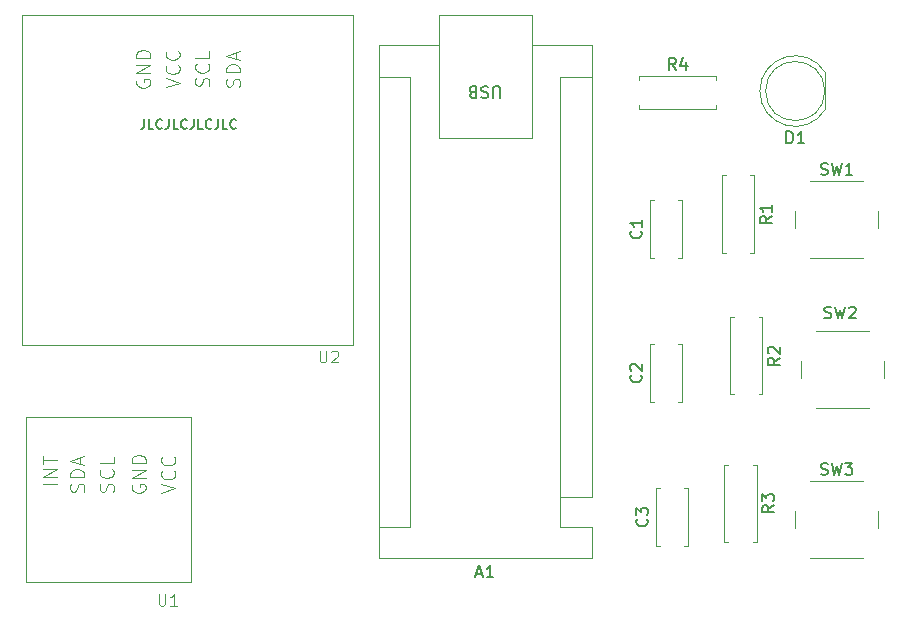
<source format=gto>
G04 #@! TF.GenerationSoftware,KiCad,Pcbnew,9.0.6*
G04 #@! TF.CreationDate,2025-12-25T14:29:32+05:30*
G04 #@! TF.ProjectId,new_first_pcb,6e65775f-6669-4727-9374-5f7063622e6b,rev?*
G04 #@! TF.SameCoordinates,Original*
G04 #@! TF.FileFunction,Legend,Top*
G04 #@! TF.FilePolarity,Positive*
%FSLAX46Y46*%
G04 Gerber Fmt 4.6, Leading zero omitted, Abs format (unit mm)*
G04 Created by KiCad (PCBNEW 9.0.6) date 2025-12-25 14:29:32*
%MOMM*%
%LPD*%
G01*
G04 APERTURE LIST*
%ADD10C,0.152400*%
%ADD11C,0.150000*%
%ADD12C,0.100000*%
%ADD13C,0.120000*%
G04 APERTURE END LIST*
D10*
X96526015Y-90779803D02*
X96526015Y-91360375D01*
X96526015Y-91360375D02*
X96487310Y-91476489D01*
X96487310Y-91476489D02*
X96409901Y-91553899D01*
X96409901Y-91553899D02*
X96293786Y-91592603D01*
X96293786Y-91592603D02*
X96216377Y-91592603D01*
X97300110Y-91592603D02*
X96913062Y-91592603D01*
X96913062Y-91592603D02*
X96913062Y-90779803D01*
X98035500Y-91515194D02*
X97996796Y-91553899D01*
X97996796Y-91553899D02*
X97880681Y-91592603D01*
X97880681Y-91592603D02*
X97803272Y-91592603D01*
X97803272Y-91592603D02*
X97687158Y-91553899D01*
X97687158Y-91553899D02*
X97609748Y-91476489D01*
X97609748Y-91476489D02*
X97571043Y-91399079D01*
X97571043Y-91399079D02*
X97532339Y-91244260D01*
X97532339Y-91244260D02*
X97532339Y-91128146D01*
X97532339Y-91128146D02*
X97571043Y-90973327D01*
X97571043Y-90973327D02*
X97609748Y-90895918D01*
X97609748Y-90895918D02*
X97687158Y-90818508D01*
X97687158Y-90818508D02*
X97803272Y-90779803D01*
X97803272Y-90779803D02*
X97880681Y-90779803D01*
X97880681Y-90779803D02*
X97996796Y-90818508D01*
X97996796Y-90818508D02*
X98035500Y-90857213D01*
X98616072Y-90779803D02*
X98616072Y-91360375D01*
X98616072Y-91360375D02*
X98577367Y-91476489D01*
X98577367Y-91476489D02*
X98499958Y-91553899D01*
X98499958Y-91553899D02*
X98383843Y-91592603D01*
X98383843Y-91592603D02*
X98306434Y-91592603D01*
X99390167Y-91592603D02*
X99003119Y-91592603D01*
X99003119Y-91592603D02*
X99003119Y-90779803D01*
X100125557Y-91515194D02*
X100086853Y-91553899D01*
X100086853Y-91553899D02*
X99970738Y-91592603D01*
X99970738Y-91592603D02*
X99893329Y-91592603D01*
X99893329Y-91592603D02*
X99777215Y-91553899D01*
X99777215Y-91553899D02*
X99699805Y-91476489D01*
X99699805Y-91476489D02*
X99661100Y-91399079D01*
X99661100Y-91399079D02*
X99622396Y-91244260D01*
X99622396Y-91244260D02*
X99622396Y-91128146D01*
X99622396Y-91128146D02*
X99661100Y-90973327D01*
X99661100Y-90973327D02*
X99699805Y-90895918D01*
X99699805Y-90895918D02*
X99777215Y-90818508D01*
X99777215Y-90818508D02*
X99893329Y-90779803D01*
X99893329Y-90779803D02*
X99970738Y-90779803D01*
X99970738Y-90779803D02*
X100086853Y-90818508D01*
X100086853Y-90818508D02*
X100125557Y-90857213D01*
X100706129Y-90779803D02*
X100706129Y-91360375D01*
X100706129Y-91360375D02*
X100667424Y-91476489D01*
X100667424Y-91476489D02*
X100590015Y-91553899D01*
X100590015Y-91553899D02*
X100473900Y-91592603D01*
X100473900Y-91592603D02*
X100396491Y-91592603D01*
X101480224Y-91592603D02*
X101093176Y-91592603D01*
X101093176Y-91592603D02*
X101093176Y-90779803D01*
X102215614Y-91515194D02*
X102176910Y-91553899D01*
X102176910Y-91553899D02*
X102060795Y-91592603D01*
X102060795Y-91592603D02*
X101983386Y-91592603D01*
X101983386Y-91592603D02*
X101867272Y-91553899D01*
X101867272Y-91553899D02*
X101789862Y-91476489D01*
X101789862Y-91476489D02*
X101751157Y-91399079D01*
X101751157Y-91399079D02*
X101712453Y-91244260D01*
X101712453Y-91244260D02*
X101712453Y-91128146D01*
X101712453Y-91128146D02*
X101751157Y-90973327D01*
X101751157Y-90973327D02*
X101789862Y-90895918D01*
X101789862Y-90895918D02*
X101867272Y-90818508D01*
X101867272Y-90818508D02*
X101983386Y-90779803D01*
X101983386Y-90779803D02*
X102060795Y-90779803D01*
X102060795Y-90779803D02*
X102176910Y-90818508D01*
X102176910Y-90818508D02*
X102215614Y-90857213D01*
X102796186Y-90779803D02*
X102796186Y-91360375D01*
X102796186Y-91360375D02*
X102757481Y-91476489D01*
X102757481Y-91476489D02*
X102680072Y-91553899D01*
X102680072Y-91553899D02*
X102563957Y-91592603D01*
X102563957Y-91592603D02*
X102486548Y-91592603D01*
X103570281Y-91592603D02*
X103183233Y-91592603D01*
X103183233Y-91592603D02*
X103183233Y-90779803D01*
X104305671Y-91515194D02*
X104266967Y-91553899D01*
X104266967Y-91553899D02*
X104150852Y-91592603D01*
X104150852Y-91592603D02*
X104073443Y-91592603D01*
X104073443Y-91592603D02*
X103957329Y-91553899D01*
X103957329Y-91553899D02*
X103879919Y-91476489D01*
X103879919Y-91476489D02*
X103841214Y-91399079D01*
X103841214Y-91399079D02*
X103802510Y-91244260D01*
X103802510Y-91244260D02*
X103802510Y-91128146D01*
X103802510Y-91128146D02*
X103841214Y-90973327D01*
X103841214Y-90973327D02*
X103879919Y-90895918D01*
X103879919Y-90895918D02*
X103957329Y-90818508D01*
X103957329Y-90818508D02*
X104073443Y-90779803D01*
X104073443Y-90779803D02*
X104150852Y-90779803D01*
X104150852Y-90779803D02*
X104266967Y-90818508D01*
X104266967Y-90818508D02*
X104305671Y-90857213D01*
D11*
X139083580Y-124626666D02*
X139131200Y-124674285D01*
X139131200Y-124674285D02*
X139178819Y-124817142D01*
X139178819Y-124817142D02*
X139178819Y-124912380D01*
X139178819Y-124912380D02*
X139131200Y-125055237D01*
X139131200Y-125055237D02*
X139035961Y-125150475D01*
X139035961Y-125150475D02*
X138940723Y-125198094D01*
X138940723Y-125198094D02*
X138750247Y-125245713D01*
X138750247Y-125245713D02*
X138607390Y-125245713D01*
X138607390Y-125245713D02*
X138416914Y-125198094D01*
X138416914Y-125198094D02*
X138321676Y-125150475D01*
X138321676Y-125150475D02*
X138226438Y-125055237D01*
X138226438Y-125055237D02*
X138178819Y-124912380D01*
X138178819Y-124912380D02*
X138178819Y-124817142D01*
X138178819Y-124817142D02*
X138226438Y-124674285D01*
X138226438Y-124674285D02*
X138274057Y-124626666D01*
X138178819Y-124293332D02*
X138178819Y-123674285D01*
X138178819Y-123674285D02*
X138559771Y-124007618D01*
X138559771Y-124007618D02*
X138559771Y-123864761D01*
X138559771Y-123864761D02*
X138607390Y-123769523D01*
X138607390Y-123769523D02*
X138655009Y-123721904D01*
X138655009Y-123721904D02*
X138750247Y-123674285D01*
X138750247Y-123674285D02*
X138988342Y-123674285D01*
X138988342Y-123674285D02*
X139083580Y-123721904D01*
X139083580Y-123721904D02*
X139131200Y-123769523D01*
X139131200Y-123769523D02*
X139178819Y-123864761D01*
X139178819Y-123864761D02*
X139178819Y-124150475D01*
X139178819Y-124150475D02*
X139131200Y-124245713D01*
X139131200Y-124245713D02*
X139083580Y-124293332D01*
X141523333Y-86584819D02*
X141190000Y-86108628D01*
X140951905Y-86584819D02*
X140951905Y-85584819D01*
X140951905Y-85584819D02*
X141332857Y-85584819D01*
X141332857Y-85584819D02*
X141428095Y-85632438D01*
X141428095Y-85632438D02*
X141475714Y-85680057D01*
X141475714Y-85680057D02*
X141523333Y-85775295D01*
X141523333Y-85775295D02*
X141523333Y-85918152D01*
X141523333Y-85918152D02*
X141475714Y-86013390D01*
X141475714Y-86013390D02*
X141428095Y-86061009D01*
X141428095Y-86061009D02*
X141332857Y-86108628D01*
X141332857Y-86108628D02*
X140951905Y-86108628D01*
X142380476Y-85918152D02*
X142380476Y-86584819D01*
X142142381Y-85537200D02*
X141904286Y-86251485D01*
X141904286Y-86251485D02*
X142523333Y-86251485D01*
X149636819Y-98972666D02*
X149160628Y-99305999D01*
X149636819Y-99544094D02*
X148636819Y-99544094D01*
X148636819Y-99544094D02*
X148636819Y-99163142D01*
X148636819Y-99163142D02*
X148684438Y-99067904D01*
X148684438Y-99067904D02*
X148732057Y-99020285D01*
X148732057Y-99020285D02*
X148827295Y-98972666D01*
X148827295Y-98972666D02*
X148970152Y-98972666D01*
X148970152Y-98972666D02*
X149065390Y-99020285D01*
X149065390Y-99020285D02*
X149113009Y-99067904D01*
X149113009Y-99067904D02*
X149160628Y-99163142D01*
X149160628Y-99163142D02*
X149160628Y-99544094D01*
X149636819Y-98020285D02*
X149636819Y-98591713D01*
X149636819Y-98305999D02*
X148636819Y-98305999D01*
X148636819Y-98305999D02*
X148779676Y-98401237D01*
X148779676Y-98401237D02*
X148874914Y-98496475D01*
X148874914Y-98496475D02*
X148922533Y-98591713D01*
D12*
X97738095Y-130957419D02*
X97738095Y-131766942D01*
X97738095Y-131766942D02*
X97785714Y-131862180D01*
X97785714Y-131862180D02*
X97833333Y-131909800D01*
X97833333Y-131909800D02*
X97928571Y-131957419D01*
X97928571Y-131957419D02*
X98119047Y-131957419D01*
X98119047Y-131957419D02*
X98214285Y-131909800D01*
X98214285Y-131909800D02*
X98261904Y-131862180D01*
X98261904Y-131862180D02*
X98309523Y-131766942D01*
X98309523Y-131766942D02*
X98309523Y-130957419D01*
X99309523Y-131957419D02*
X98738095Y-131957419D01*
X99023809Y-131957419D02*
X99023809Y-130957419D01*
X99023809Y-130957419D02*
X98928571Y-131100276D01*
X98928571Y-131100276D02*
X98833333Y-131195514D01*
X98833333Y-131195514D02*
X98738095Y-131243133D01*
X91390800Y-122305639D02*
X91447942Y-122134211D01*
X91447942Y-122134211D02*
X91447942Y-121848496D01*
X91447942Y-121848496D02*
X91390800Y-121734211D01*
X91390800Y-121734211D02*
X91333657Y-121677068D01*
X91333657Y-121677068D02*
X91219371Y-121619925D01*
X91219371Y-121619925D02*
X91105085Y-121619925D01*
X91105085Y-121619925D02*
X90990800Y-121677068D01*
X90990800Y-121677068D02*
X90933657Y-121734211D01*
X90933657Y-121734211D02*
X90876514Y-121848496D01*
X90876514Y-121848496D02*
X90819371Y-122077068D01*
X90819371Y-122077068D02*
X90762228Y-122191353D01*
X90762228Y-122191353D02*
X90705085Y-122248496D01*
X90705085Y-122248496D02*
X90590800Y-122305639D01*
X90590800Y-122305639D02*
X90476514Y-122305639D01*
X90476514Y-122305639D02*
X90362228Y-122248496D01*
X90362228Y-122248496D02*
X90305085Y-122191353D01*
X90305085Y-122191353D02*
X90247942Y-122077068D01*
X90247942Y-122077068D02*
X90247942Y-121791353D01*
X90247942Y-121791353D02*
X90305085Y-121619925D01*
X91447942Y-121105639D02*
X90247942Y-121105639D01*
X90247942Y-121105639D02*
X90247942Y-120819925D01*
X90247942Y-120819925D02*
X90305085Y-120648496D01*
X90305085Y-120648496D02*
X90419371Y-120534211D01*
X90419371Y-120534211D02*
X90533657Y-120477068D01*
X90533657Y-120477068D02*
X90762228Y-120419925D01*
X90762228Y-120419925D02*
X90933657Y-120419925D01*
X90933657Y-120419925D02*
X91162228Y-120477068D01*
X91162228Y-120477068D02*
X91276514Y-120534211D01*
X91276514Y-120534211D02*
X91390800Y-120648496D01*
X91390800Y-120648496D02*
X91447942Y-120819925D01*
X91447942Y-120819925D02*
X91447942Y-121105639D01*
X91105085Y-119962782D02*
X91105085Y-119391354D01*
X91447942Y-120077068D02*
X90247942Y-119677068D01*
X90247942Y-119677068D02*
X91447942Y-119277068D01*
X89147942Y-121648496D02*
X87947942Y-121648496D01*
X89147942Y-121077067D02*
X87947942Y-121077067D01*
X87947942Y-121077067D02*
X89147942Y-120391353D01*
X89147942Y-120391353D02*
X87947942Y-120391353D01*
X87947942Y-119991353D02*
X87947942Y-119305639D01*
X89147942Y-119648496D02*
X87947942Y-119648496D01*
X95505085Y-121719925D02*
X95447942Y-121834211D01*
X95447942Y-121834211D02*
X95447942Y-122005639D01*
X95447942Y-122005639D02*
X95505085Y-122177068D01*
X95505085Y-122177068D02*
X95619371Y-122291353D01*
X95619371Y-122291353D02*
X95733657Y-122348496D01*
X95733657Y-122348496D02*
X95962228Y-122405639D01*
X95962228Y-122405639D02*
X96133657Y-122405639D01*
X96133657Y-122405639D02*
X96362228Y-122348496D01*
X96362228Y-122348496D02*
X96476514Y-122291353D01*
X96476514Y-122291353D02*
X96590800Y-122177068D01*
X96590800Y-122177068D02*
X96647942Y-122005639D01*
X96647942Y-122005639D02*
X96647942Y-121891353D01*
X96647942Y-121891353D02*
X96590800Y-121719925D01*
X96590800Y-121719925D02*
X96533657Y-121662782D01*
X96533657Y-121662782D02*
X96133657Y-121662782D01*
X96133657Y-121662782D02*
X96133657Y-121891353D01*
X96647942Y-121148496D02*
X95447942Y-121148496D01*
X95447942Y-121148496D02*
X96647942Y-120462782D01*
X96647942Y-120462782D02*
X95447942Y-120462782D01*
X96647942Y-119891353D02*
X95447942Y-119891353D01*
X95447942Y-119891353D02*
X95447942Y-119605639D01*
X95447942Y-119605639D02*
X95505085Y-119434210D01*
X95505085Y-119434210D02*
X95619371Y-119319925D01*
X95619371Y-119319925D02*
X95733657Y-119262782D01*
X95733657Y-119262782D02*
X95962228Y-119205639D01*
X95962228Y-119205639D02*
X96133657Y-119205639D01*
X96133657Y-119205639D02*
X96362228Y-119262782D01*
X96362228Y-119262782D02*
X96476514Y-119319925D01*
X96476514Y-119319925D02*
X96590800Y-119434210D01*
X96590800Y-119434210D02*
X96647942Y-119605639D01*
X96647942Y-119605639D02*
X96647942Y-119891353D01*
X97947942Y-122419925D02*
X99147942Y-122019925D01*
X99147942Y-122019925D02*
X97947942Y-121619925D01*
X99033657Y-120534211D02*
X99090800Y-120591354D01*
X99090800Y-120591354D02*
X99147942Y-120762782D01*
X99147942Y-120762782D02*
X99147942Y-120877068D01*
X99147942Y-120877068D02*
X99090800Y-121048497D01*
X99090800Y-121048497D02*
X98976514Y-121162782D01*
X98976514Y-121162782D02*
X98862228Y-121219925D01*
X98862228Y-121219925D02*
X98633657Y-121277068D01*
X98633657Y-121277068D02*
X98462228Y-121277068D01*
X98462228Y-121277068D02*
X98233657Y-121219925D01*
X98233657Y-121219925D02*
X98119371Y-121162782D01*
X98119371Y-121162782D02*
X98005085Y-121048497D01*
X98005085Y-121048497D02*
X97947942Y-120877068D01*
X97947942Y-120877068D02*
X97947942Y-120762782D01*
X97947942Y-120762782D02*
X98005085Y-120591354D01*
X98005085Y-120591354D02*
X98062228Y-120534211D01*
X99033657Y-119334211D02*
X99090800Y-119391354D01*
X99090800Y-119391354D02*
X99147942Y-119562782D01*
X99147942Y-119562782D02*
X99147942Y-119677068D01*
X99147942Y-119677068D02*
X99090800Y-119848497D01*
X99090800Y-119848497D02*
X98976514Y-119962782D01*
X98976514Y-119962782D02*
X98862228Y-120019925D01*
X98862228Y-120019925D02*
X98633657Y-120077068D01*
X98633657Y-120077068D02*
X98462228Y-120077068D01*
X98462228Y-120077068D02*
X98233657Y-120019925D01*
X98233657Y-120019925D02*
X98119371Y-119962782D01*
X98119371Y-119962782D02*
X98005085Y-119848497D01*
X98005085Y-119848497D02*
X97947942Y-119677068D01*
X97947942Y-119677068D02*
X97947942Y-119562782D01*
X97947942Y-119562782D02*
X98005085Y-119391354D01*
X98005085Y-119391354D02*
X98062228Y-119334211D01*
X93890800Y-122305639D02*
X93947942Y-122134211D01*
X93947942Y-122134211D02*
X93947942Y-121848496D01*
X93947942Y-121848496D02*
X93890800Y-121734211D01*
X93890800Y-121734211D02*
X93833657Y-121677068D01*
X93833657Y-121677068D02*
X93719371Y-121619925D01*
X93719371Y-121619925D02*
X93605085Y-121619925D01*
X93605085Y-121619925D02*
X93490800Y-121677068D01*
X93490800Y-121677068D02*
X93433657Y-121734211D01*
X93433657Y-121734211D02*
X93376514Y-121848496D01*
X93376514Y-121848496D02*
X93319371Y-122077068D01*
X93319371Y-122077068D02*
X93262228Y-122191353D01*
X93262228Y-122191353D02*
X93205085Y-122248496D01*
X93205085Y-122248496D02*
X93090800Y-122305639D01*
X93090800Y-122305639D02*
X92976514Y-122305639D01*
X92976514Y-122305639D02*
X92862228Y-122248496D01*
X92862228Y-122248496D02*
X92805085Y-122191353D01*
X92805085Y-122191353D02*
X92747942Y-122077068D01*
X92747942Y-122077068D02*
X92747942Y-121791353D01*
X92747942Y-121791353D02*
X92805085Y-121619925D01*
X93833657Y-120419925D02*
X93890800Y-120477068D01*
X93890800Y-120477068D02*
X93947942Y-120648496D01*
X93947942Y-120648496D02*
X93947942Y-120762782D01*
X93947942Y-120762782D02*
X93890800Y-120934211D01*
X93890800Y-120934211D02*
X93776514Y-121048496D01*
X93776514Y-121048496D02*
X93662228Y-121105639D01*
X93662228Y-121105639D02*
X93433657Y-121162782D01*
X93433657Y-121162782D02*
X93262228Y-121162782D01*
X93262228Y-121162782D02*
X93033657Y-121105639D01*
X93033657Y-121105639D02*
X92919371Y-121048496D01*
X92919371Y-121048496D02*
X92805085Y-120934211D01*
X92805085Y-120934211D02*
X92747942Y-120762782D01*
X92747942Y-120762782D02*
X92747942Y-120648496D01*
X92747942Y-120648496D02*
X92805085Y-120477068D01*
X92805085Y-120477068D02*
X92862228Y-120419925D01*
X93947942Y-119334211D02*
X93947942Y-119905639D01*
X93947942Y-119905639D02*
X92747942Y-119905639D01*
X111366095Y-110373419D02*
X111366095Y-111182942D01*
X111366095Y-111182942D02*
X111413714Y-111278180D01*
X111413714Y-111278180D02*
X111461333Y-111325800D01*
X111461333Y-111325800D02*
X111556571Y-111373419D01*
X111556571Y-111373419D02*
X111747047Y-111373419D01*
X111747047Y-111373419D02*
X111842285Y-111325800D01*
X111842285Y-111325800D02*
X111889904Y-111278180D01*
X111889904Y-111278180D02*
X111937523Y-111182942D01*
X111937523Y-111182942D02*
X111937523Y-110373419D01*
X112366095Y-110468657D02*
X112413714Y-110421038D01*
X112413714Y-110421038D02*
X112508952Y-110373419D01*
X112508952Y-110373419D02*
X112747047Y-110373419D01*
X112747047Y-110373419D02*
X112842285Y-110421038D01*
X112842285Y-110421038D02*
X112889904Y-110468657D01*
X112889904Y-110468657D02*
X112937523Y-110563895D01*
X112937523Y-110563895D02*
X112937523Y-110659133D01*
X112937523Y-110659133D02*
X112889904Y-110801990D01*
X112889904Y-110801990D02*
X112318476Y-111373419D01*
X112318476Y-111373419D02*
X112937523Y-111373419D01*
X104580800Y-88015639D02*
X104637942Y-87844211D01*
X104637942Y-87844211D02*
X104637942Y-87558496D01*
X104637942Y-87558496D02*
X104580800Y-87444211D01*
X104580800Y-87444211D02*
X104523657Y-87387068D01*
X104523657Y-87387068D02*
X104409371Y-87329925D01*
X104409371Y-87329925D02*
X104295085Y-87329925D01*
X104295085Y-87329925D02*
X104180800Y-87387068D01*
X104180800Y-87387068D02*
X104123657Y-87444211D01*
X104123657Y-87444211D02*
X104066514Y-87558496D01*
X104066514Y-87558496D02*
X104009371Y-87787068D01*
X104009371Y-87787068D02*
X103952228Y-87901353D01*
X103952228Y-87901353D02*
X103895085Y-87958496D01*
X103895085Y-87958496D02*
X103780800Y-88015639D01*
X103780800Y-88015639D02*
X103666514Y-88015639D01*
X103666514Y-88015639D02*
X103552228Y-87958496D01*
X103552228Y-87958496D02*
X103495085Y-87901353D01*
X103495085Y-87901353D02*
X103437942Y-87787068D01*
X103437942Y-87787068D02*
X103437942Y-87501353D01*
X103437942Y-87501353D02*
X103495085Y-87329925D01*
X104637942Y-86815639D02*
X103437942Y-86815639D01*
X103437942Y-86815639D02*
X103437942Y-86529925D01*
X103437942Y-86529925D02*
X103495085Y-86358496D01*
X103495085Y-86358496D02*
X103609371Y-86244211D01*
X103609371Y-86244211D02*
X103723657Y-86187068D01*
X103723657Y-86187068D02*
X103952228Y-86129925D01*
X103952228Y-86129925D02*
X104123657Y-86129925D01*
X104123657Y-86129925D02*
X104352228Y-86187068D01*
X104352228Y-86187068D02*
X104466514Y-86244211D01*
X104466514Y-86244211D02*
X104580800Y-86358496D01*
X104580800Y-86358496D02*
X104637942Y-86529925D01*
X104637942Y-86529925D02*
X104637942Y-86815639D01*
X104295085Y-85672782D02*
X104295085Y-85101354D01*
X104637942Y-85787068D02*
X103437942Y-85387068D01*
X103437942Y-85387068D02*
X104637942Y-84987068D01*
X101980800Y-87965639D02*
X102037942Y-87794211D01*
X102037942Y-87794211D02*
X102037942Y-87508496D01*
X102037942Y-87508496D02*
X101980800Y-87394211D01*
X101980800Y-87394211D02*
X101923657Y-87337068D01*
X101923657Y-87337068D02*
X101809371Y-87279925D01*
X101809371Y-87279925D02*
X101695085Y-87279925D01*
X101695085Y-87279925D02*
X101580800Y-87337068D01*
X101580800Y-87337068D02*
X101523657Y-87394211D01*
X101523657Y-87394211D02*
X101466514Y-87508496D01*
X101466514Y-87508496D02*
X101409371Y-87737068D01*
X101409371Y-87737068D02*
X101352228Y-87851353D01*
X101352228Y-87851353D02*
X101295085Y-87908496D01*
X101295085Y-87908496D02*
X101180800Y-87965639D01*
X101180800Y-87965639D02*
X101066514Y-87965639D01*
X101066514Y-87965639D02*
X100952228Y-87908496D01*
X100952228Y-87908496D02*
X100895085Y-87851353D01*
X100895085Y-87851353D02*
X100837942Y-87737068D01*
X100837942Y-87737068D02*
X100837942Y-87451353D01*
X100837942Y-87451353D02*
X100895085Y-87279925D01*
X101923657Y-86079925D02*
X101980800Y-86137068D01*
X101980800Y-86137068D02*
X102037942Y-86308496D01*
X102037942Y-86308496D02*
X102037942Y-86422782D01*
X102037942Y-86422782D02*
X101980800Y-86594211D01*
X101980800Y-86594211D02*
X101866514Y-86708496D01*
X101866514Y-86708496D02*
X101752228Y-86765639D01*
X101752228Y-86765639D02*
X101523657Y-86822782D01*
X101523657Y-86822782D02*
X101352228Y-86822782D01*
X101352228Y-86822782D02*
X101123657Y-86765639D01*
X101123657Y-86765639D02*
X101009371Y-86708496D01*
X101009371Y-86708496D02*
X100895085Y-86594211D01*
X100895085Y-86594211D02*
X100837942Y-86422782D01*
X100837942Y-86422782D02*
X100837942Y-86308496D01*
X100837942Y-86308496D02*
X100895085Y-86137068D01*
X100895085Y-86137068D02*
X100952228Y-86079925D01*
X102037942Y-84994211D02*
X102037942Y-85565639D01*
X102037942Y-85565639D02*
X100837942Y-85565639D01*
X98337942Y-88079925D02*
X99537942Y-87679925D01*
X99537942Y-87679925D02*
X98337942Y-87279925D01*
X99423657Y-86194211D02*
X99480800Y-86251354D01*
X99480800Y-86251354D02*
X99537942Y-86422782D01*
X99537942Y-86422782D02*
X99537942Y-86537068D01*
X99537942Y-86537068D02*
X99480800Y-86708497D01*
X99480800Y-86708497D02*
X99366514Y-86822782D01*
X99366514Y-86822782D02*
X99252228Y-86879925D01*
X99252228Y-86879925D02*
X99023657Y-86937068D01*
X99023657Y-86937068D02*
X98852228Y-86937068D01*
X98852228Y-86937068D02*
X98623657Y-86879925D01*
X98623657Y-86879925D02*
X98509371Y-86822782D01*
X98509371Y-86822782D02*
X98395085Y-86708497D01*
X98395085Y-86708497D02*
X98337942Y-86537068D01*
X98337942Y-86537068D02*
X98337942Y-86422782D01*
X98337942Y-86422782D02*
X98395085Y-86251354D01*
X98395085Y-86251354D02*
X98452228Y-86194211D01*
X99423657Y-84994211D02*
X99480800Y-85051354D01*
X99480800Y-85051354D02*
X99537942Y-85222782D01*
X99537942Y-85222782D02*
X99537942Y-85337068D01*
X99537942Y-85337068D02*
X99480800Y-85508497D01*
X99480800Y-85508497D02*
X99366514Y-85622782D01*
X99366514Y-85622782D02*
X99252228Y-85679925D01*
X99252228Y-85679925D02*
X99023657Y-85737068D01*
X99023657Y-85737068D02*
X98852228Y-85737068D01*
X98852228Y-85737068D02*
X98623657Y-85679925D01*
X98623657Y-85679925D02*
X98509371Y-85622782D01*
X98509371Y-85622782D02*
X98395085Y-85508497D01*
X98395085Y-85508497D02*
X98337942Y-85337068D01*
X98337942Y-85337068D02*
X98337942Y-85222782D01*
X98337942Y-85222782D02*
X98395085Y-85051354D01*
X98395085Y-85051354D02*
X98452228Y-84994211D01*
X95895085Y-87429925D02*
X95837942Y-87544211D01*
X95837942Y-87544211D02*
X95837942Y-87715639D01*
X95837942Y-87715639D02*
X95895085Y-87887068D01*
X95895085Y-87887068D02*
X96009371Y-88001353D01*
X96009371Y-88001353D02*
X96123657Y-88058496D01*
X96123657Y-88058496D02*
X96352228Y-88115639D01*
X96352228Y-88115639D02*
X96523657Y-88115639D01*
X96523657Y-88115639D02*
X96752228Y-88058496D01*
X96752228Y-88058496D02*
X96866514Y-88001353D01*
X96866514Y-88001353D02*
X96980800Y-87887068D01*
X96980800Y-87887068D02*
X97037942Y-87715639D01*
X97037942Y-87715639D02*
X97037942Y-87601353D01*
X97037942Y-87601353D02*
X96980800Y-87429925D01*
X96980800Y-87429925D02*
X96923657Y-87372782D01*
X96923657Y-87372782D02*
X96523657Y-87372782D01*
X96523657Y-87372782D02*
X96523657Y-87601353D01*
X97037942Y-86858496D02*
X95837942Y-86858496D01*
X95837942Y-86858496D02*
X97037942Y-86172782D01*
X97037942Y-86172782D02*
X95837942Y-86172782D01*
X97037942Y-85601353D02*
X95837942Y-85601353D01*
X95837942Y-85601353D02*
X95837942Y-85315639D01*
X95837942Y-85315639D02*
X95895085Y-85144210D01*
X95895085Y-85144210D02*
X96009371Y-85029925D01*
X96009371Y-85029925D02*
X96123657Y-84972782D01*
X96123657Y-84972782D02*
X96352228Y-84915639D01*
X96352228Y-84915639D02*
X96523657Y-84915639D01*
X96523657Y-84915639D02*
X96752228Y-84972782D01*
X96752228Y-84972782D02*
X96866514Y-85029925D01*
X96866514Y-85029925D02*
X96980800Y-85144210D01*
X96980800Y-85144210D02*
X97037942Y-85315639D01*
X97037942Y-85315639D02*
X97037942Y-85601353D01*
D11*
X138575580Y-112434666D02*
X138623200Y-112482285D01*
X138623200Y-112482285D02*
X138670819Y-112625142D01*
X138670819Y-112625142D02*
X138670819Y-112720380D01*
X138670819Y-112720380D02*
X138623200Y-112863237D01*
X138623200Y-112863237D02*
X138527961Y-112958475D01*
X138527961Y-112958475D02*
X138432723Y-113006094D01*
X138432723Y-113006094D02*
X138242247Y-113053713D01*
X138242247Y-113053713D02*
X138099390Y-113053713D01*
X138099390Y-113053713D02*
X137908914Y-113006094D01*
X137908914Y-113006094D02*
X137813676Y-112958475D01*
X137813676Y-112958475D02*
X137718438Y-112863237D01*
X137718438Y-112863237D02*
X137670819Y-112720380D01*
X137670819Y-112720380D02*
X137670819Y-112625142D01*
X137670819Y-112625142D02*
X137718438Y-112482285D01*
X137718438Y-112482285D02*
X137766057Y-112434666D01*
X137766057Y-112053713D02*
X137718438Y-112006094D01*
X137718438Y-112006094D02*
X137670819Y-111910856D01*
X137670819Y-111910856D02*
X137670819Y-111672761D01*
X137670819Y-111672761D02*
X137718438Y-111577523D01*
X137718438Y-111577523D02*
X137766057Y-111529904D01*
X137766057Y-111529904D02*
X137861295Y-111482285D01*
X137861295Y-111482285D02*
X137956533Y-111482285D01*
X137956533Y-111482285D02*
X138099390Y-111529904D01*
X138099390Y-111529904D02*
X138670819Y-112101332D01*
X138670819Y-112101332D02*
X138670819Y-111482285D01*
X153808667Y-95435200D02*
X153951524Y-95482819D01*
X153951524Y-95482819D02*
X154189619Y-95482819D01*
X154189619Y-95482819D02*
X154284857Y-95435200D01*
X154284857Y-95435200D02*
X154332476Y-95387580D01*
X154332476Y-95387580D02*
X154380095Y-95292342D01*
X154380095Y-95292342D02*
X154380095Y-95197104D01*
X154380095Y-95197104D02*
X154332476Y-95101866D01*
X154332476Y-95101866D02*
X154284857Y-95054247D01*
X154284857Y-95054247D02*
X154189619Y-95006628D01*
X154189619Y-95006628D02*
X153999143Y-94959009D01*
X153999143Y-94959009D02*
X153903905Y-94911390D01*
X153903905Y-94911390D02*
X153856286Y-94863771D01*
X153856286Y-94863771D02*
X153808667Y-94768533D01*
X153808667Y-94768533D02*
X153808667Y-94673295D01*
X153808667Y-94673295D02*
X153856286Y-94578057D01*
X153856286Y-94578057D02*
X153903905Y-94530438D01*
X153903905Y-94530438D02*
X153999143Y-94482819D01*
X153999143Y-94482819D02*
X154237238Y-94482819D01*
X154237238Y-94482819D02*
X154380095Y-94530438D01*
X154713429Y-94482819D02*
X154951524Y-95482819D01*
X154951524Y-95482819D02*
X155142000Y-94768533D01*
X155142000Y-94768533D02*
X155332476Y-95482819D01*
X155332476Y-95482819D02*
X155570572Y-94482819D01*
X156475333Y-95482819D02*
X155903905Y-95482819D01*
X156189619Y-95482819D02*
X156189619Y-94482819D01*
X156189619Y-94482819D02*
X156094381Y-94625676D01*
X156094381Y-94625676D02*
X155999143Y-94720914D01*
X155999143Y-94720914D02*
X155903905Y-94768533D01*
X149824819Y-123476666D02*
X149348628Y-123809999D01*
X149824819Y-124048094D02*
X148824819Y-124048094D01*
X148824819Y-124048094D02*
X148824819Y-123667142D01*
X148824819Y-123667142D02*
X148872438Y-123571904D01*
X148872438Y-123571904D02*
X148920057Y-123524285D01*
X148920057Y-123524285D02*
X149015295Y-123476666D01*
X149015295Y-123476666D02*
X149158152Y-123476666D01*
X149158152Y-123476666D02*
X149253390Y-123524285D01*
X149253390Y-123524285D02*
X149301009Y-123571904D01*
X149301009Y-123571904D02*
X149348628Y-123667142D01*
X149348628Y-123667142D02*
X149348628Y-124048094D01*
X148824819Y-123143332D02*
X148824819Y-122524285D01*
X148824819Y-122524285D02*
X149205771Y-122857618D01*
X149205771Y-122857618D02*
X149205771Y-122714761D01*
X149205771Y-122714761D02*
X149253390Y-122619523D01*
X149253390Y-122619523D02*
X149301009Y-122571904D01*
X149301009Y-122571904D02*
X149396247Y-122524285D01*
X149396247Y-122524285D02*
X149634342Y-122524285D01*
X149634342Y-122524285D02*
X149729580Y-122571904D01*
X149729580Y-122571904D02*
X149777200Y-122619523D01*
X149777200Y-122619523D02*
X149824819Y-122714761D01*
X149824819Y-122714761D02*
X149824819Y-123000475D01*
X149824819Y-123000475D02*
X149777200Y-123095713D01*
X149777200Y-123095713D02*
X149729580Y-123143332D01*
X153808667Y-120835200D02*
X153951524Y-120882819D01*
X153951524Y-120882819D02*
X154189619Y-120882819D01*
X154189619Y-120882819D02*
X154284857Y-120835200D01*
X154284857Y-120835200D02*
X154332476Y-120787580D01*
X154332476Y-120787580D02*
X154380095Y-120692342D01*
X154380095Y-120692342D02*
X154380095Y-120597104D01*
X154380095Y-120597104D02*
X154332476Y-120501866D01*
X154332476Y-120501866D02*
X154284857Y-120454247D01*
X154284857Y-120454247D02*
X154189619Y-120406628D01*
X154189619Y-120406628D02*
X153999143Y-120359009D01*
X153999143Y-120359009D02*
X153903905Y-120311390D01*
X153903905Y-120311390D02*
X153856286Y-120263771D01*
X153856286Y-120263771D02*
X153808667Y-120168533D01*
X153808667Y-120168533D02*
X153808667Y-120073295D01*
X153808667Y-120073295D02*
X153856286Y-119978057D01*
X153856286Y-119978057D02*
X153903905Y-119930438D01*
X153903905Y-119930438D02*
X153999143Y-119882819D01*
X153999143Y-119882819D02*
X154237238Y-119882819D01*
X154237238Y-119882819D02*
X154380095Y-119930438D01*
X154713429Y-119882819D02*
X154951524Y-120882819D01*
X154951524Y-120882819D02*
X155142000Y-120168533D01*
X155142000Y-120168533D02*
X155332476Y-120882819D01*
X155332476Y-120882819D02*
X155570572Y-119882819D01*
X155856286Y-119882819D02*
X156475333Y-119882819D01*
X156475333Y-119882819D02*
X156142000Y-120263771D01*
X156142000Y-120263771D02*
X156284857Y-120263771D01*
X156284857Y-120263771D02*
X156380095Y-120311390D01*
X156380095Y-120311390D02*
X156427714Y-120359009D01*
X156427714Y-120359009D02*
X156475333Y-120454247D01*
X156475333Y-120454247D02*
X156475333Y-120692342D01*
X156475333Y-120692342D02*
X156427714Y-120787580D01*
X156427714Y-120787580D02*
X156380095Y-120835200D01*
X156380095Y-120835200D02*
X156284857Y-120882819D01*
X156284857Y-120882819D02*
X155999143Y-120882819D01*
X155999143Y-120882819D02*
X155903905Y-120835200D01*
X155903905Y-120835200D02*
X155856286Y-120787580D01*
X154114667Y-107595200D02*
X154257524Y-107642819D01*
X154257524Y-107642819D02*
X154495619Y-107642819D01*
X154495619Y-107642819D02*
X154590857Y-107595200D01*
X154590857Y-107595200D02*
X154638476Y-107547580D01*
X154638476Y-107547580D02*
X154686095Y-107452342D01*
X154686095Y-107452342D02*
X154686095Y-107357104D01*
X154686095Y-107357104D02*
X154638476Y-107261866D01*
X154638476Y-107261866D02*
X154590857Y-107214247D01*
X154590857Y-107214247D02*
X154495619Y-107166628D01*
X154495619Y-107166628D02*
X154305143Y-107119009D01*
X154305143Y-107119009D02*
X154209905Y-107071390D01*
X154209905Y-107071390D02*
X154162286Y-107023771D01*
X154162286Y-107023771D02*
X154114667Y-106928533D01*
X154114667Y-106928533D02*
X154114667Y-106833295D01*
X154114667Y-106833295D02*
X154162286Y-106738057D01*
X154162286Y-106738057D02*
X154209905Y-106690438D01*
X154209905Y-106690438D02*
X154305143Y-106642819D01*
X154305143Y-106642819D02*
X154543238Y-106642819D01*
X154543238Y-106642819D02*
X154686095Y-106690438D01*
X155019429Y-106642819D02*
X155257524Y-107642819D01*
X155257524Y-107642819D02*
X155448000Y-106928533D01*
X155448000Y-106928533D02*
X155638476Y-107642819D01*
X155638476Y-107642819D02*
X155876572Y-106642819D01*
X156209905Y-106738057D02*
X156257524Y-106690438D01*
X156257524Y-106690438D02*
X156352762Y-106642819D01*
X156352762Y-106642819D02*
X156590857Y-106642819D01*
X156590857Y-106642819D02*
X156686095Y-106690438D01*
X156686095Y-106690438D02*
X156733714Y-106738057D01*
X156733714Y-106738057D02*
X156781333Y-106833295D01*
X156781333Y-106833295D02*
X156781333Y-106928533D01*
X156781333Y-106928533D02*
X156733714Y-107071390D01*
X156733714Y-107071390D02*
X156162286Y-107642819D01*
X156162286Y-107642819D02*
X156781333Y-107642819D01*
X150324819Y-110976666D02*
X149848628Y-111309999D01*
X150324819Y-111548094D02*
X149324819Y-111548094D01*
X149324819Y-111548094D02*
X149324819Y-111167142D01*
X149324819Y-111167142D02*
X149372438Y-111071904D01*
X149372438Y-111071904D02*
X149420057Y-111024285D01*
X149420057Y-111024285D02*
X149515295Y-110976666D01*
X149515295Y-110976666D02*
X149658152Y-110976666D01*
X149658152Y-110976666D02*
X149753390Y-111024285D01*
X149753390Y-111024285D02*
X149801009Y-111071904D01*
X149801009Y-111071904D02*
X149848628Y-111167142D01*
X149848628Y-111167142D02*
X149848628Y-111548094D01*
X149420057Y-110595713D02*
X149372438Y-110548094D01*
X149372438Y-110548094D02*
X149324819Y-110452856D01*
X149324819Y-110452856D02*
X149324819Y-110214761D01*
X149324819Y-110214761D02*
X149372438Y-110119523D01*
X149372438Y-110119523D02*
X149420057Y-110071904D01*
X149420057Y-110071904D02*
X149515295Y-110024285D01*
X149515295Y-110024285D02*
X149610533Y-110024285D01*
X149610533Y-110024285D02*
X149753390Y-110071904D01*
X149753390Y-110071904D02*
X150324819Y-110643332D01*
X150324819Y-110643332D02*
X150324819Y-110024285D01*
X150899905Y-92806819D02*
X150899905Y-91806819D01*
X150899905Y-91806819D02*
X151138000Y-91806819D01*
X151138000Y-91806819D02*
X151280857Y-91854438D01*
X151280857Y-91854438D02*
X151376095Y-91949676D01*
X151376095Y-91949676D02*
X151423714Y-92044914D01*
X151423714Y-92044914D02*
X151471333Y-92235390D01*
X151471333Y-92235390D02*
X151471333Y-92378247D01*
X151471333Y-92378247D02*
X151423714Y-92568723D01*
X151423714Y-92568723D02*
X151376095Y-92663961D01*
X151376095Y-92663961D02*
X151280857Y-92759200D01*
X151280857Y-92759200D02*
X151138000Y-92806819D01*
X151138000Y-92806819D02*
X150899905Y-92806819D01*
X152423714Y-92806819D02*
X151852286Y-92806819D01*
X152138000Y-92806819D02*
X152138000Y-91806819D01*
X152138000Y-91806819D02*
X152042762Y-91949676D01*
X152042762Y-91949676D02*
X151947524Y-92044914D01*
X151947524Y-92044914D02*
X151852286Y-92092533D01*
X124665714Y-129249104D02*
X125141904Y-129249104D01*
X124570476Y-129534819D02*
X124903809Y-128534819D01*
X124903809Y-128534819D02*
X125237142Y-129534819D01*
X126094285Y-129534819D02*
X125522857Y-129534819D01*
X125808571Y-129534819D02*
X125808571Y-128534819D01*
X125808571Y-128534819D02*
X125713333Y-128677676D01*
X125713333Y-128677676D02*
X125618095Y-128772914D01*
X125618095Y-128772914D02*
X125522857Y-128820533D01*
X126641904Y-88985180D02*
X126641904Y-88175657D01*
X126641904Y-88175657D02*
X126594285Y-88080419D01*
X126594285Y-88080419D02*
X126546666Y-88032800D01*
X126546666Y-88032800D02*
X126451428Y-87985180D01*
X126451428Y-87985180D02*
X126260952Y-87985180D01*
X126260952Y-87985180D02*
X126165714Y-88032800D01*
X126165714Y-88032800D02*
X126118095Y-88080419D01*
X126118095Y-88080419D02*
X126070476Y-88175657D01*
X126070476Y-88175657D02*
X126070476Y-88985180D01*
X125641904Y-88032800D02*
X125499047Y-87985180D01*
X125499047Y-87985180D02*
X125260952Y-87985180D01*
X125260952Y-87985180D02*
X125165714Y-88032800D01*
X125165714Y-88032800D02*
X125118095Y-88080419D01*
X125118095Y-88080419D02*
X125070476Y-88175657D01*
X125070476Y-88175657D02*
X125070476Y-88270895D01*
X125070476Y-88270895D02*
X125118095Y-88366133D01*
X125118095Y-88366133D02*
X125165714Y-88413752D01*
X125165714Y-88413752D02*
X125260952Y-88461371D01*
X125260952Y-88461371D02*
X125451428Y-88508990D01*
X125451428Y-88508990D02*
X125546666Y-88556609D01*
X125546666Y-88556609D02*
X125594285Y-88604228D01*
X125594285Y-88604228D02*
X125641904Y-88699466D01*
X125641904Y-88699466D02*
X125641904Y-88794704D01*
X125641904Y-88794704D02*
X125594285Y-88889942D01*
X125594285Y-88889942D02*
X125546666Y-88937561D01*
X125546666Y-88937561D02*
X125451428Y-88985180D01*
X125451428Y-88985180D02*
X125213333Y-88985180D01*
X125213333Y-88985180D02*
X125070476Y-88937561D01*
X124308571Y-88508990D02*
X124165714Y-88461371D01*
X124165714Y-88461371D02*
X124118095Y-88413752D01*
X124118095Y-88413752D02*
X124070476Y-88318514D01*
X124070476Y-88318514D02*
X124070476Y-88175657D01*
X124070476Y-88175657D02*
X124118095Y-88080419D01*
X124118095Y-88080419D02*
X124165714Y-88032800D01*
X124165714Y-88032800D02*
X124260952Y-87985180D01*
X124260952Y-87985180D02*
X124641904Y-87985180D01*
X124641904Y-87985180D02*
X124641904Y-88985180D01*
X124641904Y-88985180D02*
X124308571Y-88985180D01*
X124308571Y-88985180D02*
X124213333Y-88937561D01*
X124213333Y-88937561D02*
X124165714Y-88889942D01*
X124165714Y-88889942D02*
X124118095Y-88794704D01*
X124118095Y-88794704D02*
X124118095Y-88699466D01*
X124118095Y-88699466D02*
X124165714Y-88604228D01*
X124165714Y-88604228D02*
X124213333Y-88556609D01*
X124213333Y-88556609D02*
X124308571Y-88508990D01*
X124308571Y-88508990D02*
X124641904Y-88508990D01*
X138575580Y-100242666D02*
X138623200Y-100290285D01*
X138623200Y-100290285D02*
X138670819Y-100433142D01*
X138670819Y-100433142D02*
X138670819Y-100528380D01*
X138670819Y-100528380D02*
X138623200Y-100671237D01*
X138623200Y-100671237D02*
X138527961Y-100766475D01*
X138527961Y-100766475D02*
X138432723Y-100814094D01*
X138432723Y-100814094D02*
X138242247Y-100861713D01*
X138242247Y-100861713D02*
X138099390Y-100861713D01*
X138099390Y-100861713D02*
X137908914Y-100814094D01*
X137908914Y-100814094D02*
X137813676Y-100766475D01*
X137813676Y-100766475D02*
X137718438Y-100671237D01*
X137718438Y-100671237D02*
X137670819Y-100528380D01*
X137670819Y-100528380D02*
X137670819Y-100433142D01*
X137670819Y-100433142D02*
X137718438Y-100290285D01*
X137718438Y-100290285D02*
X137766057Y-100242666D01*
X138670819Y-99290285D02*
X138670819Y-99861713D01*
X138670819Y-99575999D02*
X137670819Y-99575999D01*
X137670819Y-99575999D02*
X137813676Y-99671237D01*
X137813676Y-99671237D02*
X137908914Y-99766475D01*
X137908914Y-99766475D02*
X137956533Y-99861713D01*
D13*
X139854000Y-121990000D02*
X140184000Y-121990000D01*
X139854000Y-126930000D02*
X139854000Y-121990000D01*
X140184000Y-126930000D02*
X139854000Y-126930000D01*
X142264000Y-121990000D02*
X142594000Y-121990000D01*
X142594000Y-121990000D02*
X142594000Y-126930000D01*
X142594000Y-126930000D02*
X142264000Y-126930000D01*
X138420000Y-87130000D02*
X144960000Y-87130000D01*
X138420000Y-87460000D02*
X138420000Y-87130000D01*
X138420000Y-89540000D02*
X138420000Y-89870000D01*
X138420000Y-89870000D02*
X144960000Y-89870000D01*
X144960000Y-87130000D02*
X144960000Y-87460000D01*
X144960000Y-89870000D02*
X144960000Y-89540000D01*
X145442000Y-95536000D02*
X145442000Y-102076000D01*
X145442000Y-102076000D02*
X145772000Y-102076000D01*
X145772000Y-95536000D02*
X145442000Y-95536000D01*
X147852000Y-95536000D02*
X148182000Y-95536000D01*
X148182000Y-95536000D02*
X148182000Y-102076000D01*
X148182000Y-102076000D02*
X147852000Y-102076000D01*
D12*
X86500000Y-116000000D02*
X100500000Y-116000000D01*
X86500000Y-130000000D02*
X86500000Y-116000000D01*
X100500000Y-116000000D02*
X100500000Y-130000000D01*
X100500000Y-130000000D02*
X86500000Y-130000000D01*
X86190000Y-81930000D02*
X114190000Y-81930000D01*
X86190000Y-109930000D02*
X86190000Y-81930000D01*
X114190000Y-81930000D02*
X114190000Y-109930000D01*
X114190000Y-109930000D02*
X86190000Y-109930000D01*
X86190000Y-81930000D02*
X114190000Y-81930000D01*
X114190000Y-109930000D01*
X86190000Y-109930000D01*
X86190000Y-81930000D01*
D13*
X139346000Y-109798000D02*
X139676000Y-109798000D01*
X139346000Y-114738000D02*
X139346000Y-109798000D01*
X139676000Y-114738000D02*
X139346000Y-114738000D01*
X141756000Y-109798000D02*
X142086000Y-109798000D01*
X142086000Y-109798000D02*
X142086000Y-114738000D01*
X142086000Y-114738000D02*
X141756000Y-114738000D01*
X151642000Y-98528000D02*
X151642000Y-100028000D01*
X152892000Y-102528000D02*
X157392000Y-102528000D01*
X157392000Y-96028000D02*
X152892000Y-96028000D01*
X158642000Y-100028000D02*
X158642000Y-98528000D01*
X145630000Y-120040000D02*
X145630000Y-126580000D01*
X145630000Y-126580000D02*
X145960000Y-126580000D01*
X145960000Y-120040000D02*
X145630000Y-120040000D01*
X148040000Y-120040000D02*
X148370000Y-120040000D01*
X148370000Y-120040000D02*
X148370000Y-126580000D01*
X148370000Y-126580000D02*
X148040000Y-126580000D01*
X151642000Y-123928000D02*
X151642000Y-125428000D01*
X152892000Y-127928000D02*
X157392000Y-127928000D01*
X157392000Y-121428000D02*
X152892000Y-121428000D01*
X158642000Y-125428000D02*
X158642000Y-123928000D01*
X152150000Y-111228000D02*
X152150000Y-112728000D01*
X153400000Y-115228000D02*
X157900000Y-115228000D01*
X157900000Y-108728000D02*
X153400000Y-108728000D01*
X159150000Y-112728000D02*
X159150000Y-111228000D01*
X146130000Y-107540000D02*
X146130000Y-114080000D01*
X146130000Y-114080000D02*
X146460000Y-114080000D01*
X146460000Y-107540000D02*
X146130000Y-107540000D01*
X148540000Y-107540000D02*
X148870000Y-107540000D01*
X148870000Y-107540000D02*
X148870000Y-114080000D01*
X148870000Y-114080000D02*
X148540000Y-114080000D01*
X154198000Y-89937000D02*
X154198000Y-86847000D01*
X148648000Y-88392000D02*
G75*
G02*
X154198000Y-86847170I2990000J0D01*
G01*
X154198000Y-89936830D02*
G75*
G02*
X148648000Y-88392000I-2560000J1544830D01*
G01*
X154138000Y-88392000D02*
G75*
G02*
X149138000Y-88392000I-2500000J0D01*
G01*
X149138000Y-88392000D02*
G75*
G02*
X154138000Y-88392000I2500000J0D01*
G01*
X116360000Y-84500000D02*
X116360000Y-127940000D01*
X116360000Y-84500000D02*
X121440000Y-84500000D01*
X116360000Y-127940000D02*
X134400000Y-127940000D01*
X119030000Y-87170000D02*
X116360000Y-87170000D01*
X119030000Y-125270000D02*
X116360000Y-125270000D01*
X119030000Y-125270000D02*
X119030000Y-87170000D01*
X121440000Y-81960000D02*
X129320000Y-81960000D01*
X121440000Y-92380000D02*
X121440000Y-81960000D01*
X129320000Y-81960000D02*
X129320000Y-92380000D01*
X129320000Y-92380000D02*
X121440000Y-92380000D01*
X131730000Y-87170000D02*
X134400000Y-87170000D01*
X131730000Y-122730000D02*
X131730000Y-87170000D01*
X131730000Y-122730000D02*
X131730000Y-125270000D01*
X131730000Y-122730000D02*
X134400000Y-122730000D01*
X131730000Y-125270000D02*
X134400000Y-125270000D01*
X134400000Y-84500000D02*
X129320000Y-84500000D01*
X134400000Y-122730000D02*
X134400000Y-84500000D01*
X134400000Y-127940000D02*
X134400000Y-125270000D01*
X139346000Y-97606000D02*
X139676000Y-97606000D01*
X139346000Y-102546000D02*
X139346000Y-97606000D01*
X139676000Y-102546000D02*
X139346000Y-102546000D01*
X141756000Y-97606000D02*
X142086000Y-97606000D01*
X142086000Y-97606000D02*
X142086000Y-102546000D01*
X142086000Y-102546000D02*
X141756000Y-102546000D01*
%LPC*%
G36*
X152182285Y-125971060D02*
G01*
X152363397Y-126046079D01*
X152526393Y-126154990D01*
X152665010Y-126293607D01*
X152773921Y-126456603D01*
X152848940Y-126637715D01*
X152887185Y-126829983D01*
X152887185Y-127026017D01*
X152848940Y-127218285D01*
X152773921Y-127399397D01*
X152665010Y-127562393D01*
X152526393Y-127701010D01*
X152363397Y-127809921D01*
X152182285Y-127884940D01*
X151990017Y-127923185D01*
X151793983Y-127923185D01*
X151601715Y-127884940D01*
X151420603Y-127809921D01*
X151257607Y-127701010D01*
X151118990Y-127562393D01*
X151010079Y-127399397D01*
X150935060Y-127218285D01*
X150896815Y-127026017D01*
X150896815Y-126829983D01*
X150935060Y-126637715D01*
X151010079Y-126456603D01*
X151118990Y-126293607D01*
X151257607Y-126154990D01*
X151420603Y-126046079D01*
X151601715Y-125971060D01*
X151793983Y-125932815D01*
X151990017Y-125932815D01*
X152182285Y-125971060D01*
G37*
G36*
X158682285Y-125971060D02*
G01*
X158863397Y-126046079D01*
X159026393Y-126154990D01*
X159165010Y-126293607D01*
X159273921Y-126456603D01*
X159348940Y-126637715D01*
X159387185Y-126829983D01*
X159387185Y-127026017D01*
X159348940Y-127218285D01*
X159273921Y-127399397D01*
X159165010Y-127562393D01*
X159026393Y-127701010D01*
X158863397Y-127809921D01*
X158682285Y-127884940D01*
X158490017Y-127923185D01*
X158293983Y-127923185D01*
X158101715Y-127884940D01*
X157920603Y-127809921D01*
X157757607Y-127701010D01*
X157618990Y-127562393D01*
X157510079Y-127399397D01*
X157435060Y-127218285D01*
X157396815Y-127026017D01*
X157396815Y-126829983D01*
X157435060Y-126637715D01*
X157510079Y-126456603D01*
X157618990Y-126293607D01*
X157757607Y-126154990D01*
X157920603Y-126046079D01*
X158101715Y-125971060D01*
X158293983Y-125932815D01*
X158490017Y-125932815D01*
X158682285Y-125971060D01*
G37*
G36*
X147232228Y-126354448D02*
G01*
X147377117Y-126414463D01*
X147507515Y-126501592D01*
X147618408Y-126612485D01*
X147705537Y-126742883D01*
X147765552Y-126887772D01*
X147796148Y-127041586D01*
X147796148Y-127198414D01*
X147765552Y-127352228D01*
X147705537Y-127497117D01*
X147618408Y-127627515D01*
X147507515Y-127738408D01*
X147377117Y-127825537D01*
X147232228Y-127885552D01*
X147078414Y-127916148D01*
X146921586Y-127916148D01*
X146767772Y-127885552D01*
X146622883Y-127825537D01*
X146492485Y-127738408D01*
X146381592Y-127627515D01*
X146294463Y-127497117D01*
X146234448Y-127352228D01*
X146203852Y-127198414D01*
X146203852Y-127041586D01*
X146234448Y-126887772D01*
X146294463Y-126742883D01*
X146381592Y-126612485D01*
X146492485Y-126501592D01*
X146622883Y-126414463D01*
X146767772Y-126354448D01*
X146921586Y-126323852D01*
X147078414Y-126323852D01*
X147232228Y-126354448D01*
G37*
G36*
X141456228Y-126194448D02*
G01*
X141601117Y-126254463D01*
X141731515Y-126341592D01*
X141842408Y-126452485D01*
X141929537Y-126582883D01*
X141989552Y-126727772D01*
X142020148Y-126881586D01*
X142020148Y-127038414D01*
X141989552Y-127192228D01*
X141929537Y-127337117D01*
X141842408Y-127467515D01*
X141731515Y-127578408D01*
X141601117Y-127665537D01*
X141456228Y-127725552D01*
X141302414Y-127756148D01*
X141145586Y-127756148D01*
X140991772Y-127725552D01*
X140846883Y-127665537D01*
X140716485Y-127578408D01*
X140605592Y-127467515D01*
X140518463Y-127337117D01*
X140458448Y-127192228D01*
X140427852Y-127038414D01*
X140427852Y-126881586D01*
X140458448Y-126727772D01*
X140518463Y-126582883D01*
X140605592Y-126452485D01*
X140716485Y-126341592D01*
X140846883Y-126254463D01*
X140991772Y-126194448D01*
X141145586Y-126163852D01*
X141302414Y-126163852D01*
X141456228Y-126194448D01*
G37*
G36*
X133800000Y-124800000D02*
G01*
X132200000Y-124800000D01*
X132200000Y-123200000D01*
X133800000Y-123200000D01*
X133800000Y-124800000D01*
G37*
G36*
X117992228Y-123234448D02*
G01*
X118137117Y-123294463D01*
X118267515Y-123381592D01*
X118378408Y-123492485D01*
X118465537Y-123622883D01*
X118525552Y-123767772D01*
X118556148Y-123921586D01*
X118556148Y-124078414D01*
X118525552Y-124232228D01*
X118465537Y-124377117D01*
X118378408Y-124507515D01*
X118267515Y-124618408D01*
X118137117Y-124705537D01*
X117992228Y-124765552D01*
X117838414Y-124796148D01*
X117681586Y-124796148D01*
X117527772Y-124765552D01*
X117382883Y-124705537D01*
X117252485Y-124618408D01*
X117141592Y-124507515D01*
X117054463Y-124377117D01*
X116994448Y-124232228D01*
X116963852Y-124078414D01*
X116963852Y-123921586D01*
X116994448Y-123767772D01*
X117054463Y-123622883D01*
X117141592Y-123492485D01*
X117252485Y-123381592D01*
X117382883Y-123294463D01*
X117527772Y-123234448D01*
X117681586Y-123203852D01*
X117838414Y-123203852D01*
X117992228Y-123234448D01*
G37*
G36*
X152182285Y-121471060D02*
G01*
X152363397Y-121546079D01*
X152526393Y-121654990D01*
X152665010Y-121793607D01*
X152773921Y-121956603D01*
X152848940Y-122137715D01*
X152887185Y-122329983D01*
X152887185Y-122526017D01*
X152848940Y-122718285D01*
X152773921Y-122899397D01*
X152665010Y-123062393D01*
X152526393Y-123201010D01*
X152363397Y-123309921D01*
X152182285Y-123384940D01*
X151990017Y-123423185D01*
X151793983Y-123423185D01*
X151601715Y-123384940D01*
X151420603Y-123309921D01*
X151257607Y-123201010D01*
X151118990Y-123062393D01*
X151010079Y-122899397D01*
X150935060Y-122718285D01*
X150896815Y-122526017D01*
X150896815Y-122329983D01*
X150935060Y-122137715D01*
X151010079Y-121956603D01*
X151118990Y-121793607D01*
X151257607Y-121654990D01*
X151420603Y-121546079D01*
X151601715Y-121471060D01*
X151793983Y-121432815D01*
X151990017Y-121432815D01*
X152182285Y-121471060D01*
G37*
G36*
X158682285Y-121471060D02*
G01*
X158863397Y-121546079D01*
X159026393Y-121654990D01*
X159165010Y-121793607D01*
X159273921Y-121956603D01*
X159348940Y-122137715D01*
X159387185Y-122329983D01*
X159387185Y-122526017D01*
X159348940Y-122718285D01*
X159273921Y-122899397D01*
X159165010Y-123062393D01*
X159026393Y-123201010D01*
X158863397Y-123309921D01*
X158682285Y-123384940D01*
X158490017Y-123423185D01*
X158293983Y-123423185D01*
X158101715Y-123384940D01*
X157920603Y-123309921D01*
X157757607Y-123201010D01*
X157618990Y-123062393D01*
X157510079Y-122899397D01*
X157435060Y-122718285D01*
X157396815Y-122526017D01*
X157396815Y-122329983D01*
X157435060Y-122137715D01*
X157510079Y-121956603D01*
X157618990Y-121793607D01*
X157757607Y-121654990D01*
X157920603Y-121546079D01*
X158101715Y-121471060D01*
X158293983Y-121432815D01*
X158490017Y-121432815D01*
X158682285Y-121471060D01*
G37*
G36*
X141456228Y-121194448D02*
G01*
X141601117Y-121254463D01*
X141731515Y-121341592D01*
X141842408Y-121452485D01*
X141929537Y-121582883D01*
X141989552Y-121727772D01*
X142020148Y-121881586D01*
X142020148Y-122038414D01*
X141989552Y-122192228D01*
X141929537Y-122337117D01*
X141842408Y-122467515D01*
X141731515Y-122578408D01*
X141601117Y-122665537D01*
X141456228Y-122725552D01*
X141302414Y-122756148D01*
X141145586Y-122756148D01*
X140991772Y-122725552D01*
X140846883Y-122665537D01*
X140716485Y-122578408D01*
X140605592Y-122467515D01*
X140518463Y-122337117D01*
X140458448Y-122192228D01*
X140427852Y-122038414D01*
X140427852Y-121881586D01*
X140458448Y-121727772D01*
X140518463Y-121582883D01*
X140605592Y-121452485D01*
X140716485Y-121341592D01*
X140846883Y-121254463D01*
X140991772Y-121194448D01*
X141145586Y-121163852D01*
X141302414Y-121163852D01*
X141456228Y-121194448D01*
G37*
G36*
X117992228Y-120694448D02*
G01*
X118137117Y-120754463D01*
X118267515Y-120841592D01*
X118378408Y-120952485D01*
X118465537Y-121082883D01*
X118525552Y-121227772D01*
X118556148Y-121381586D01*
X118556148Y-121538414D01*
X118525552Y-121692228D01*
X118465537Y-121837117D01*
X118378408Y-121967515D01*
X118267515Y-122078408D01*
X118137117Y-122165537D01*
X117992228Y-122225552D01*
X117838414Y-122256148D01*
X117681586Y-122256148D01*
X117527772Y-122225552D01*
X117382883Y-122165537D01*
X117252485Y-122078408D01*
X117141592Y-121967515D01*
X117054463Y-121837117D01*
X116994448Y-121692228D01*
X116963852Y-121538414D01*
X116963852Y-121381586D01*
X116994448Y-121227772D01*
X117054463Y-121082883D01*
X117141592Y-120952485D01*
X117252485Y-120841592D01*
X117382883Y-120754463D01*
X117527772Y-120694448D01*
X117681586Y-120663852D01*
X117838414Y-120663852D01*
X117992228Y-120694448D01*
G37*
G36*
X133232228Y-120694448D02*
G01*
X133377117Y-120754463D01*
X133507515Y-120841592D01*
X133618408Y-120952485D01*
X133705537Y-121082883D01*
X133765552Y-121227772D01*
X133796148Y-121381586D01*
X133796148Y-121538414D01*
X133765552Y-121692228D01*
X133705537Y-121837117D01*
X133618408Y-121967515D01*
X133507515Y-122078408D01*
X133377117Y-122165537D01*
X133232228Y-122225552D01*
X133078414Y-122256148D01*
X132921586Y-122256148D01*
X132767772Y-122225552D01*
X132622883Y-122165537D01*
X132492485Y-122078408D01*
X132381592Y-121967515D01*
X132294463Y-121837117D01*
X132234448Y-121692228D01*
X132203852Y-121538414D01*
X132203852Y-121381586D01*
X132234448Y-121227772D01*
X132294463Y-121082883D01*
X132381592Y-120952485D01*
X132492485Y-120841592D01*
X132622883Y-120754463D01*
X132767772Y-120694448D01*
X132921586Y-120663852D01*
X133078414Y-120663852D01*
X133232228Y-120694448D01*
G37*
G36*
X147232228Y-118734448D02*
G01*
X147377117Y-118794463D01*
X147507515Y-118881592D01*
X147618408Y-118992485D01*
X147705537Y-119122883D01*
X147765552Y-119267772D01*
X147796148Y-119421586D01*
X147796148Y-119578414D01*
X147765552Y-119732228D01*
X147705537Y-119877117D01*
X147618408Y-120007515D01*
X147507515Y-120118408D01*
X147377117Y-120205537D01*
X147232228Y-120265552D01*
X147078414Y-120296148D01*
X146921586Y-120296148D01*
X146767772Y-120265552D01*
X146622883Y-120205537D01*
X146492485Y-120118408D01*
X146381592Y-120007515D01*
X146294463Y-119877117D01*
X146234448Y-119732228D01*
X146203852Y-119578414D01*
X146203852Y-119421586D01*
X146234448Y-119267772D01*
X146294463Y-119122883D01*
X146381592Y-118992485D01*
X146492485Y-118881592D01*
X146622883Y-118794463D01*
X146767772Y-118734448D01*
X146921586Y-118703852D01*
X147078414Y-118703852D01*
X147232228Y-118734448D01*
G37*
G36*
X117992228Y-118154448D02*
G01*
X118137117Y-118214463D01*
X118267515Y-118301592D01*
X118378408Y-118412485D01*
X118465537Y-118542883D01*
X118525552Y-118687772D01*
X118556148Y-118841586D01*
X118556148Y-118998414D01*
X118525552Y-119152228D01*
X118465537Y-119297117D01*
X118378408Y-119427515D01*
X118267515Y-119538408D01*
X118137117Y-119625537D01*
X117992228Y-119685552D01*
X117838414Y-119716148D01*
X117681586Y-119716148D01*
X117527772Y-119685552D01*
X117382883Y-119625537D01*
X117252485Y-119538408D01*
X117141592Y-119427515D01*
X117054463Y-119297117D01*
X116994448Y-119152228D01*
X116963852Y-118998414D01*
X116963852Y-118841586D01*
X116994448Y-118687772D01*
X117054463Y-118542883D01*
X117141592Y-118412485D01*
X117252485Y-118301592D01*
X117382883Y-118214463D01*
X117527772Y-118154448D01*
X117681586Y-118123852D01*
X117838414Y-118123852D01*
X117992228Y-118154448D01*
G37*
G36*
X133232228Y-118154448D02*
G01*
X133377117Y-118214463D01*
X133507515Y-118301592D01*
X133618408Y-118412485D01*
X133705537Y-118542883D01*
X133765552Y-118687772D01*
X133796148Y-118841586D01*
X133796148Y-118998414D01*
X133765552Y-119152228D01*
X133705537Y-119297117D01*
X133618408Y-119427515D01*
X133507515Y-119538408D01*
X133377117Y-119625537D01*
X133232228Y-119685552D01*
X133078414Y-119716148D01*
X132921586Y-119716148D01*
X132767772Y-119685552D01*
X132622883Y-119625537D01*
X132492485Y-119538408D01*
X132381592Y-119427515D01*
X132294463Y-119297117D01*
X132234448Y-119152228D01*
X132203852Y-118998414D01*
X132203852Y-118841586D01*
X132234448Y-118687772D01*
X132294463Y-118542883D01*
X132381592Y-118412485D01*
X132492485Y-118301592D01*
X132622883Y-118214463D01*
X132767772Y-118154448D01*
X132921586Y-118123852D01*
X133078414Y-118123852D01*
X133232228Y-118154448D01*
G37*
G36*
X89182000Y-118682000D02*
G01*
X87658000Y-118682000D01*
X87658000Y-117158000D01*
X89182000Y-117158000D01*
X89182000Y-118682000D01*
G37*
G36*
X91181197Y-117190811D02*
G01*
X91319204Y-117247976D01*
X91443408Y-117330966D01*
X91549034Y-117436592D01*
X91632024Y-117560796D01*
X91689189Y-117698803D01*
X91718331Y-117845311D01*
X91718331Y-117994689D01*
X91689189Y-118141197D01*
X91632024Y-118279204D01*
X91549034Y-118403408D01*
X91443408Y-118509034D01*
X91319204Y-118592024D01*
X91181197Y-118649189D01*
X91034689Y-118678331D01*
X90885311Y-118678331D01*
X90738803Y-118649189D01*
X90600796Y-118592024D01*
X90476592Y-118509034D01*
X90370966Y-118403408D01*
X90287976Y-118279204D01*
X90230811Y-118141197D01*
X90201669Y-117994689D01*
X90201669Y-117845311D01*
X90230811Y-117698803D01*
X90287976Y-117560796D01*
X90370966Y-117436592D01*
X90476592Y-117330966D01*
X90600796Y-117247976D01*
X90738803Y-117190811D01*
X90885311Y-117161669D01*
X91034689Y-117161669D01*
X91181197Y-117190811D01*
G37*
G36*
X93721197Y-117190811D02*
G01*
X93859204Y-117247976D01*
X93983408Y-117330966D01*
X94089034Y-117436592D01*
X94172024Y-117560796D01*
X94229189Y-117698803D01*
X94258331Y-117845311D01*
X94258331Y-117994689D01*
X94229189Y-118141197D01*
X94172024Y-118279204D01*
X94089034Y-118403408D01*
X93983408Y-118509034D01*
X93859204Y-118592024D01*
X93721197Y-118649189D01*
X93574689Y-118678331D01*
X93425311Y-118678331D01*
X93278803Y-118649189D01*
X93140796Y-118592024D01*
X93016592Y-118509034D01*
X92910966Y-118403408D01*
X92827976Y-118279204D01*
X92770811Y-118141197D01*
X92741669Y-117994689D01*
X92741669Y-117845311D01*
X92770811Y-117698803D01*
X92827976Y-117560796D01*
X92910966Y-117436592D01*
X93016592Y-117330966D01*
X93140796Y-117247976D01*
X93278803Y-117190811D01*
X93425311Y-117161669D01*
X93574689Y-117161669D01*
X93721197Y-117190811D01*
G37*
G36*
X96261197Y-117190811D02*
G01*
X96399204Y-117247976D01*
X96523408Y-117330966D01*
X96629034Y-117436592D01*
X96712024Y-117560796D01*
X96769189Y-117698803D01*
X96798331Y-117845311D01*
X96798331Y-117994689D01*
X96769189Y-118141197D01*
X96712024Y-118279204D01*
X96629034Y-118403408D01*
X96523408Y-118509034D01*
X96399204Y-118592024D01*
X96261197Y-118649189D01*
X96114689Y-118678331D01*
X95965311Y-118678331D01*
X95818803Y-118649189D01*
X95680796Y-118592024D01*
X95556592Y-118509034D01*
X95450966Y-118403408D01*
X95367976Y-118279204D01*
X95310811Y-118141197D01*
X95281669Y-117994689D01*
X95281669Y-117845311D01*
X95310811Y-117698803D01*
X95367976Y-117560796D01*
X95450966Y-117436592D01*
X95556592Y-117330966D01*
X95680796Y-117247976D01*
X95818803Y-117190811D01*
X95965311Y-117161669D01*
X96114689Y-117161669D01*
X96261197Y-117190811D01*
G37*
G36*
X98801197Y-117190811D02*
G01*
X98939204Y-117247976D01*
X99063408Y-117330966D01*
X99169034Y-117436592D01*
X99252024Y-117560796D01*
X99309189Y-117698803D01*
X99338331Y-117845311D01*
X99338331Y-117994689D01*
X99309189Y-118141197D01*
X99252024Y-118279204D01*
X99169034Y-118403408D01*
X99063408Y-118509034D01*
X98939204Y-118592024D01*
X98801197Y-118649189D01*
X98654689Y-118678331D01*
X98505311Y-118678331D01*
X98358803Y-118649189D01*
X98220796Y-118592024D01*
X98096592Y-118509034D01*
X97990966Y-118403408D01*
X97907976Y-118279204D01*
X97850811Y-118141197D01*
X97821669Y-117994689D01*
X97821669Y-117845311D01*
X97850811Y-117698803D01*
X97907976Y-117560796D01*
X97990966Y-117436592D01*
X98096592Y-117330966D01*
X98220796Y-117247976D01*
X98358803Y-117190811D01*
X98505311Y-117161669D01*
X98654689Y-117161669D01*
X98801197Y-117190811D01*
G37*
G36*
X117992228Y-115614448D02*
G01*
X118137117Y-115674463D01*
X118267515Y-115761592D01*
X118378408Y-115872485D01*
X118465537Y-116002883D01*
X118525552Y-116147772D01*
X118556148Y-116301586D01*
X118556148Y-116458414D01*
X118525552Y-116612228D01*
X118465537Y-116757117D01*
X118378408Y-116887515D01*
X118267515Y-116998408D01*
X118137117Y-117085537D01*
X117992228Y-117145552D01*
X117838414Y-117176148D01*
X117681586Y-117176148D01*
X117527772Y-117145552D01*
X117382883Y-117085537D01*
X117252485Y-116998408D01*
X117141592Y-116887515D01*
X117054463Y-116757117D01*
X116994448Y-116612228D01*
X116963852Y-116458414D01*
X116963852Y-116301586D01*
X116994448Y-116147772D01*
X117054463Y-116002883D01*
X117141592Y-115872485D01*
X117252485Y-115761592D01*
X117382883Y-115674463D01*
X117527772Y-115614448D01*
X117681586Y-115583852D01*
X117838414Y-115583852D01*
X117992228Y-115614448D01*
G37*
G36*
X133232228Y-115614448D02*
G01*
X133377117Y-115674463D01*
X133507515Y-115761592D01*
X133618408Y-115872485D01*
X133705537Y-116002883D01*
X133765552Y-116147772D01*
X133796148Y-116301586D01*
X133796148Y-116458414D01*
X133765552Y-116612228D01*
X133705537Y-116757117D01*
X133618408Y-116887515D01*
X133507515Y-116998408D01*
X133377117Y-117085537D01*
X133232228Y-117145552D01*
X133078414Y-117176148D01*
X132921586Y-117176148D01*
X132767772Y-117145552D01*
X132622883Y-117085537D01*
X132492485Y-116998408D01*
X132381592Y-116887515D01*
X132294463Y-116757117D01*
X132234448Y-116612228D01*
X132203852Y-116458414D01*
X132203852Y-116301586D01*
X132234448Y-116147772D01*
X132294463Y-116002883D01*
X132381592Y-115872485D01*
X132492485Y-115761592D01*
X132622883Y-115674463D01*
X132767772Y-115614448D01*
X132921586Y-115583852D01*
X133078414Y-115583852D01*
X133232228Y-115614448D01*
G37*
G36*
X140948228Y-114002448D02*
G01*
X141093117Y-114062463D01*
X141223515Y-114149592D01*
X141334408Y-114260485D01*
X141421537Y-114390883D01*
X141481552Y-114535772D01*
X141512148Y-114689586D01*
X141512148Y-114846414D01*
X141481552Y-115000228D01*
X141421537Y-115145117D01*
X141334408Y-115275515D01*
X141223515Y-115386408D01*
X141093117Y-115473537D01*
X140948228Y-115533552D01*
X140794414Y-115564148D01*
X140637586Y-115564148D01*
X140483772Y-115533552D01*
X140338883Y-115473537D01*
X140208485Y-115386408D01*
X140097592Y-115275515D01*
X140010463Y-115145117D01*
X139950448Y-115000228D01*
X139919852Y-114846414D01*
X139919852Y-114689586D01*
X139950448Y-114535772D01*
X140010463Y-114390883D01*
X140097592Y-114260485D01*
X140208485Y-114149592D01*
X140338883Y-114062463D01*
X140483772Y-114002448D01*
X140637586Y-113971852D01*
X140794414Y-113971852D01*
X140948228Y-114002448D01*
G37*
G36*
X147732228Y-113854448D02*
G01*
X147877117Y-113914463D01*
X148007515Y-114001592D01*
X148118408Y-114112485D01*
X148205537Y-114242883D01*
X148265552Y-114387772D01*
X148296148Y-114541586D01*
X148296148Y-114698414D01*
X148265552Y-114852228D01*
X148205537Y-114997117D01*
X148118408Y-115127515D01*
X148007515Y-115238408D01*
X147877117Y-115325537D01*
X147732228Y-115385552D01*
X147578414Y-115416148D01*
X147421586Y-115416148D01*
X147267772Y-115385552D01*
X147122883Y-115325537D01*
X146992485Y-115238408D01*
X146881592Y-115127515D01*
X146794463Y-114997117D01*
X146734448Y-114852228D01*
X146703852Y-114698414D01*
X146703852Y-114541586D01*
X146734448Y-114387772D01*
X146794463Y-114242883D01*
X146881592Y-114112485D01*
X146992485Y-114001592D01*
X147122883Y-113914463D01*
X147267772Y-113854448D01*
X147421586Y-113823852D01*
X147578414Y-113823852D01*
X147732228Y-113854448D01*
G37*
G36*
X152690285Y-113271060D02*
G01*
X152871397Y-113346079D01*
X153034393Y-113454990D01*
X153173010Y-113593607D01*
X153281921Y-113756603D01*
X153356940Y-113937715D01*
X153395185Y-114129983D01*
X153395185Y-114326017D01*
X153356940Y-114518285D01*
X153281921Y-114699397D01*
X153173010Y-114862393D01*
X153034393Y-115001010D01*
X152871397Y-115109921D01*
X152690285Y-115184940D01*
X152498017Y-115223185D01*
X152301983Y-115223185D01*
X152109715Y-115184940D01*
X151928603Y-115109921D01*
X151765607Y-115001010D01*
X151626990Y-114862393D01*
X151518079Y-114699397D01*
X151443060Y-114518285D01*
X151404815Y-114326017D01*
X151404815Y-114129983D01*
X151443060Y-113937715D01*
X151518079Y-113756603D01*
X151626990Y-113593607D01*
X151765607Y-113454990D01*
X151928603Y-113346079D01*
X152109715Y-113271060D01*
X152301983Y-113232815D01*
X152498017Y-113232815D01*
X152690285Y-113271060D01*
G37*
G36*
X159190285Y-113271060D02*
G01*
X159371397Y-113346079D01*
X159534393Y-113454990D01*
X159673010Y-113593607D01*
X159781921Y-113756603D01*
X159856940Y-113937715D01*
X159895185Y-114129983D01*
X159895185Y-114326017D01*
X159856940Y-114518285D01*
X159781921Y-114699397D01*
X159673010Y-114862393D01*
X159534393Y-115001010D01*
X159371397Y-115109921D01*
X159190285Y-115184940D01*
X158998017Y-115223185D01*
X158801983Y-115223185D01*
X158609715Y-115184940D01*
X158428603Y-115109921D01*
X158265607Y-115001010D01*
X158126990Y-114862393D01*
X158018079Y-114699397D01*
X157943060Y-114518285D01*
X157904815Y-114326017D01*
X157904815Y-114129983D01*
X157943060Y-113937715D01*
X158018079Y-113756603D01*
X158126990Y-113593607D01*
X158265607Y-113454990D01*
X158428603Y-113346079D01*
X158609715Y-113271060D01*
X158801983Y-113232815D01*
X158998017Y-113232815D01*
X159190285Y-113271060D01*
G37*
G36*
X117992228Y-113074448D02*
G01*
X118137117Y-113134463D01*
X118267515Y-113221592D01*
X118378408Y-113332485D01*
X118465537Y-113462883D01*
X118525552Y-113607772D01*
X118556148Y-113761586D01*
X118556148Y-113918414D01*
X118525552Y-114072228D01*
X118465537Y-114217117D01*
X118378408Y-114347515D01*
X118267515Y-114458408D01*
X118137117Y-114545537D01*
X117992228Y-114605552D01*
X117838414Y-114636148D01*
X117681586Y-114636148D01*
X117527772Y-114605552D01*
X117382883Y-114545537D01*
X117252485Y-114458408D01*
X117141592Y-114347515D01*
X117054463Y-114217117D01*
X116994448Y-114072228D01*
X116963852Y-113918414D01*
X116963852Y-113761586D01*
X116994448Y-113607772D01*
X117054463Y-113462883D01*
X117141592Y-113332485D01*
X117252485Y-113221592D01*
X117382883Y-113134463D01*
X117527772Y-113074448D01*
X117681586Y-113043852D01*
X117838414Y-113043852D01*
X117992228Y-113074448D01*
G37*
G36*
X133232228Y-113074448D02*
G01*
X133377117Y-113134463D01*
X133507515Y-113221592D01*
X133618408Y-113332485D01*
X133705537Y-113462883D01*
X133765552Y-113607772D01*
X133796148Y-113761586D01*
X133796148Y-113918414D01*
X133765552Y-114072228D01*
X133705537Y-114217117D01*
X133618408Y-114347515D01*
X133507515Y-114458408D01*
X133377117Y-114545537D01*
X133232228Y-114605552D01*
X133078414Y-114636148D01*
X132921586Y-114636148D01*
X132767772Y-114605552D01*
X132622883Y-114545537D01*
X132492485Y-114458408D01*
X132381592Y-114347515D01*
X132294463Y-114217117D01*
X132234448Y-114072228D01*
X132203852Y-113918414D01*
X132203852Y-113761586D01*
X132234448Y-113607772D01*
X132294463Y-113462883D01*
X132381592Y-113332485D01*
X132492485Y-113221592D01*
X132622883Y-113134463D01*
X132767772Y-113074448D01*
X132921586Y-113043852D01*
X133078414Y-113043852D01*
X133232228Y-113074448D01*
G37*
G36*
X117992228Y-110534448D02*
G01*
X118137117Y-110594463D01*
X118267515Y-110681592D01*
X118378408Y-110792485D01*
X118465537Y-110922883D01*
X118525552Y-111067772D01*
X118556148Y-111221586D01*
X118556148Y-111378414D01*
X118525552Y-111532228D01*
X118465537Y-111677117D01*
X118378408Y-111807515D01*
X118267515Y-111918408D01*
X118137117Y-112005537D01*
X117992228Y-112065552D01*
X117838414Y-112096148D01*
X117681586Y-112096148D01*
X117527772Y-112065552D01*
X117382883Y-112005537D01*
X117252485Y-111918408D01*
X117141592Y-111807515D01*
X117054463Y-111677117D01*
X116994448Y-111532228D01*
X116963852Y-111378414D01*
X116963852Y-111221586D01*
X116994448Y-111067772D01*
X117054463Y-110922883D01*
X117141592Y-110792485D01*
X117252485Y-110681592D01*
X117382883Y-110594463D01*
X117527772Y-110534448D01*
X117681586Y-110503852D01*
X117838414Y-110503852D01*
X117992228Y-110534448D01*
G37*
G36*
X133232228Y-110534448D02*
G01*
X133377117Y-110594463D01*
X133507515Y-110681592D01*
X133618408Y-110792485D01*
X133705537Y-110922883D01*
X133765552Y-111067772D01*
X133796148Y-111221586D01*
X133796148Y-111378414D01*
X133765552Y-111532228D01*
X133705537Y-111677117D01*
X133618408Y-111807515D01*
X133507515Y-111918408D01*
X133377117Y-112005537D01*
X133232228Y-112065552D01*
X133078414Y-112096148D01*
X132921586Y-112096148D01*
X132767772Y-112065552D01*
X132622883Y-112005537D01*
X132492485Y-111918408D01*
X132381592Y-111807515D01*
X132294463Y-111677117D01*
X132234448Y-111532228D01*
X132203852Y-111378414D01*
X132203852Y-111221586D01*
X132234448Y-111067772D01*
X132294463Y-110922883D01*
X132381592Y-110792485D01*
X132492485Y-110681592D01*
X132622883Y-110594463D01*
X132767772Y-110534448D01*
X132921586Y-110503852D01*
X133078414Y-110503852D01*
X133232228Y-110534448D01*
G37*
G36*
X152690285Y-108771060D02*
G01*
X152871397Y-108846079D01*
X153034393Y-108954990D01*
X153173010Y-109093607D01*
X153281921Y-109256603D01*
X153356940Y-109437715D01*
X153395185Y-109629983D01*
X153395185Y-109826017D01*
X153356940Y-110018285D01*
X153281921Y-110199397D01*
X153173010Y-110362393D01*
X153034393Y-110501010D01*
X152871397Y-110609921D01*
X152690285Y-110684940D01*
X152498017Y-110723185D01*
X152301983Y-110723185D01*
X152109715Y-110684940D01*
X151928603Y-110609921D01*
X151765607Y-110501010D01*
X151626990Y-110362393D01*
X151518079Y-110199397D01*
X151443060Y-110018285D01*
X151404815Y-109826017D01*
X151404815Y-109629983D01*
X151443060Y-109437715D01*
X151518079Y-109256603D01*
X151626990Y-109093607D01*
X151765607Y-108954990D01*
X151928603Y-108846079D01*
X152109715Y-108771060D01*
X152301983Y-108732815D01*
X152498017Y-108732815D01*
X152690285Y-108771060D01*
G37*
G36*
X159190285Y-108771060D02*
G01*
X159371397Y-108846079D01*
X159534393Y-108954990D01*
X159673010Y-109093607D01*
X159781921Y-109256603D01*
X159856940Y-109437715D01*
X159895185Y-109629983D01*
X159895185Y-109826017D01*
X159856940Y-110018285D01*
X159781921Y-110199397D01*
X159673010Y-110362393D01*
X159534393Y-110501010D01*
X159371397Y-110609921D01*
X159190285Y-110684940D01*
X158998017Y-110723185D01*
X158801983Y-110723185D01*
X158609715Y-110684940D01*
X158428603Y-110609921D01*
X158265607Y-110501010D01*
X158126990Y-110362393D01*
X158018079Y-110199397D01*
X157943060Y-110018285D01*
X157904815Y-109826017D01*
X157904815Y-109629983D01*
X157943060Y-109437715D01*
X158018079Y-109256603D01*
X158126990Y-109093607D01*
X158265607Y-108954990D01*
X158428603Y-108846079D01*
X158609715Y-108771060D01*
X158801983Y-108732815D01*
X158998017Y-108732815D01*
X159190285Y-108771060D01*
G37*
G36*
X140948228Y-109002448D02*
G01*
X141093117Y-109062463D01*
X141223515Y-109149592D01*
X141334408Y-109260485D01*
X141421537Y-109390883D01*
X141481552Y-109535772D01*
X141512148Y-109689586D01*
X141512148Y-109846414D01*
X141481552Y-110000228D01*
X141421537Y-110145117D01*
X141334408Y-110275515D01*
X141223515Y-110386408D01*
X141093117Y-110473537D01*
X140948228Y-110533552D01*
X140794414Y-110564148D01*
X140637586Y-110564148D01*
X140483772Y-110533552D01*
X140338883Y-110473537D01*
X140208485Y-110386408D01*
X140097592Y-110275515D01*
X140010463Y-110145117D01*
X139950448Y-110000228D01*
X139919852Y-109846414D01*
X139919852Y-109689586D01*
X139950448Y-109535772D01*
X140010463Y-109390883D01*
X140097592Y-109260485D01*
X140208485Y-109149592D01*
X140338883Y-109062463D01*
X140483772Y-109002448D01*
X140637586Y-108971852D01*
X140794414Y-108971852D01*
X140948228Y-109002448D01*
G37*
G36*
X117992228Y-107994448D02*
G01*
X118137117Y-108054463D01*
X118267515Y-108141592D01*
X118378408Y-108252485D01*
X118465537Y-108382883D01*
X118525552Y-108527772D01*
X118556148Y-108681586D01*
X118556148Y-108838414D01*
X118525552Y-108992228D01*
X118465537Y-109137117D01*
X118378408Y-109267515D01*
X118267515Y-109378408D01*
X118137117Y-109465537D01*
X117992228Y-109525552D01*
X117838414Y-109556148D01*
X117681586Y-109556148D01*
X117527772Y-109525552D01*
X117382883Y-109465537D01*
X117252485Y-109378408D01*
X117141592Y-109267515D01*
X117054463Y-109137117D01*
X116994448Y-108992228D01*
X116963852Y-108838414D01*
X116963852Y-108681586D01*
X116994448Y-108527772D01*
X117054463Y-108382883D01*
X117141592Y-108252485D01*
X117252485Y-108141592D01*
X117382883Y-108054463D01*
X117527772Y-107994448D01*
X117681586Y-107963852D01*
X117838414Y-107963852D01*
X117992228Y-107994448D01*
G37*
G36*
X133232228Y-107994448D02*
G01*
X133377117Y-108054463D01*
X133507515Y-108141592D01*
X133618408Y-108252485D01*
X133705537Y-108382883D01*
X133765552Y-108527772D01*
X133796148Y-108681586D01*
X133796148Y-108838414D01*
X133765552Y-108992228D01*
X133705537Y-109137117D01*
X133618408Y-109267515D01*
X133507515Y-109378408D01*
X133377117Y-109465537D01*
X133232228Y-109525552D01*
X133078414Y-109556148D01*
X132921586Y-109556148D01*
X132767772Y-109525552D01*
X132622883Y-109465537D01*
X132492485Y-109378408D01*
X132381592Y-109267515D01*
X132294463Y-109137117D01*
X132234448Y-108992228D01*
X132203852Y-108838414D01*
X132203852Y-108681586D01*
X132234448Y-108527772D01*
X132294463Y-108382883D01*
X132381592Y-108252485D01*
X132492485Y-108141592D01*
X132622883Y-108054463D01*
X132767772Y-107994448D01*
X132921586Y-107963852D01*
X133078414Y-107963852D01*
X133232228Y-107994448D01*
G37*
G36*
X147732228Y-106234448D02*
G01*
X147877117Y-106294463D01*
X148007515Y-106381592D01*
X148118408Y-106492485D01*
X148205537Y-106622883D01*
X148265552Y-106767772D01*
X148296148Y-106921586D01*
X148296148Y-107078414D01*
X148265552Y-107232228D01*
X148205537Y-107377117D01*
X148118408Y-107507515D01*
X148007515Y-107618408D01*
X147877117Y-107705537D01*
X147732228Y-107765552D01*
X147578414Y-107796148D01*
X147421586Y-107796148D01*
X147267772Y-107765552D01*
X147122883Y-107705537D01*
X146992485Y-107618408D01*
X146881592Y-107507515D01*
X146794463Y-107377117D01*
X146734448Y-107232228D01*
X146703852Y-107078414D01*
X146703852Y-106921586D01*
X146734448Y-106767772D01*
X146794463Y-106622883D01*
X146881592Y-106492485D01*
X146992485Y-106381592D01*
X147122883Y-106294463D01*
X147267772Y-106234448D01*
X147421586Y-106203852D01*
X147578414Y-106203852D01*
X147732228Y-106234448D01*
G37*
G36*
X117992228Y-105454448D02*
G01*
X118137117Y-105514463D01*
X118267515Y-105601592D01*
X118378408Y-105712485D01*
X118465537Y-105842883D01*
X118525552Y-105987772D01*
X118556148Y-106141586D01*
X118556148Y-106298414D01*
X118525552Y-106452228D01*
X118465537Y-106597117D01*
X118378408Y-106727515D01*
X118267515Y-106838408D01*
X118137117Y-106925537D01*
X117992228Y-106985552D01*
X117838414Y-107016148D01*
X117681586Y-107016148D01*
X117527772Y-106985552D01*
X117382883Y-106925537D01*
X117252485Y-106838408D01*
X117141592Y-106727515D01*
X117054463Y-106597117D01*
X116994448Y-106452228D01*
X116963852Y-106298414D01*
X116963852Y-106141586D01*
X116994448Y-105987772D01*
X117054463Y-105842883D01*
X117141592Y-105712485D01*
X117252485Y-105601592D01*
X117382883Y-105514463D01*
X117527772Y-105454448D01*
X117681586Y-105423852D01*
X117838414Y-105423852D01*
X117992228Y-105454448D01*
G37*
G36*
X133232228Y-105454448D02*
G01*
X133377117Y-105514463D01*
X133507515Y-105601592D01*
X133618408Y-105712485D01*
X133705537Y-105842883D01*
X133765552Y-105987772D01*
X133796148Y-106141586D01*
X133796148Y-106298414D01*
X133765552Y-106452228D01*
X133705537Y-106597117D01*
X133618408Y-106727515D01*
X133507515Y-106838408D01*
X133377117Y-106925537D01*
X133232228Y-106985552D01*
X133078414Y-107016148D01*
X132921586Y-107016148D01*
X132767772Y-106985552D01*
X132622883Y-106925537D01*
X132492485Y-106838408D01*
X132381592Y-106727515D01*
X132294463Y-106597117D01*
X132234448Y-106452228D01*
X132203852Y-106298414D01*
X132203852Y-106141586D01*
X132234448Y-105987772D01*
X132294463Y-105842883D01*
X132381592Y-105712485D01*
X132492485Y-105601592D01*
X132622883Y-105514463D01*
X132767772Y-105454448D01*
X132921586Y-105423852D01*
X133078414Y-105423852D01*
X133232228Y-105454448D01*
G37*
G36*
X117992228Y-102914448D02*
G01*
X118137117Y-102974463D01*
X118267515Y-103061592D01*
X118378408Y-103172485D01*
X118465537Y-103302883D01*
X118525552Y-103447772D01*
X118556148Y-103601586D01*
X118556148Y-103758414D01*
X118525552Y-103912228D01*
X118465537Y-104057117D01*
X118378408Y-104187515D01*
X118267515Y-104298408D01*
X118137117Y-104385537D01*
X117992228Y-104445552D01*
X117838414Y-104476148D01*
X117681586Y-104476148D01*
X117527772Y-104445552D01*
X117382883Y-104385537D01*
X117252485Y-104298408D01*
X117141592Y-104187515D01*
X117054463Y-104057117D01*
X116994448Y-103912228D01*
X116963852Y-103758414D01*
X116963852Y-103601586D01*
X116994448Y-103447772D01*
X117054463Y-103302883D01*
X117141592Y-103172485D01*
X117252485Y-103061592D01*
X117382883Y-102974463D01*
X117527772Y-102914448D01*
X117681586Y-102883852D01*
X117838414Y-102883852D01*
X117992228Y-102914448D01*
G37*
G36*
X133232228Y-102914448D02*
G01*
X133377117Y-102974463D01*
X133507515Y-103061592D01*
X133618408Y-103172485D01*
X133705537Y-103302883D01*
X133765552Y-103447772D01*
X133796148Y-103601586D01*
X133796148Y-103758414D01*
X133765552Y-103912228D01*
X133705537Y-104057117D01*
X133618408Y-104187515D01*
X133507515Y-104298408D01*
X133377117Y-104385537D01*
X133232228Y-104445552D01*
X133078414Y-104476148D01*
X132921586Y-104476148D01*
X132767772Y-104445552D01*
X132622883Y-104385537D01*
X132492485Y-104298408D01*
X132381592Y-104187515D01*
X132294463Y-104057117D01*
X132234448Y-103912228D01*
X132203852Y-103758414D01*
X132203852Y-103601586D01*
X132234448Y-103447772D01*
X132294463Y-103302883D01*
X132381592Y-103172485D01*
X132492485Y-103061592D01*
X132622883Y-102974463D01*
X132767772Y-102914448D01*
X132921586Y-102883852D01*
X133078414Y-102883852D01*
X133232228Y-102914448D01*
G37*
G36*
X147044228Y-101850448D02*
G01*
X147189117Y-101910463D01*
X147319515Y-101997592D01*
X147430408Y-102108485D01*
X147517537Y-102238883D01*
X147577552Y-102383772D01*
X147608148Y-102537586D01*
X147608148Y-102694414D01*
X147577552Y-102848228D01*
X147517537Y-102993117D01*
X147430408Y-103123515D01*
X147319515Y-103234408D01*
X147189117Y-103321537D01*
X147044228Y-103381552D01*
X146890414Y-103412148D01*
X146733586Y-103412148D01*
X146579772Y-103381552D01*
X146434883Y-103321537D01*
X146304485Y-103234408D01*
X146193592Y-103123515D01*
X146106463Y-102993117D01*
X146046448Y-102848228D01*
X146015852Y-102694414D01*
X146015852Y-102537586D01*
X146046448Y-102383772D01*
X146106463Y-102238883D01*
X146193592Y-102108485D01*
X146304485Y-101997592D01*
X146434883Y-101910463D01*
X146579772Y-101850448D01*
X146733586Y-101819852D01*
X146890414Y-101819852D01*
X147044228Y-101850448D01*
G37*
G36*
X140948228Y-101810448D02*
G01*
X141093117Y-101870463D01*
X141223515Y-101957592D01*
X141334408Y-102068485D01*
X141421537Y-102198883D01*
X141481552Y-102343772D01*
X141512148Y-102497586D01*
X141512148Y-102654414D01*
X141481552Y-102808228D01*
X141421537Y-102953117D01*
X141334408Y-103083515D01*
X141223515Y-103194408D01*
X141093117Y-103281537D01*
X140948228Y-103341552D01*
X140794414Y-103372148D01*
X140637586Y-103372148D01*
X140483772Y-103341552D01*
X140338883Y-103281537D01*
X140208485Y-103194408D01*
X140097592Y-103083515D01*
X140010463Y-102953117D01*
X139950448Y-102808228D01*
X139919852Y-102654414D01*
X139919852Y-102497586D01*
X139950448Y-102343772D01*
X140010463Y-102198883D01*
X140097592Y-102068485D01*
X140208485Y-101957592D01*
X140338883Y-101870463D01*
X140483772Y-101810448D01*
X140637586Y-101779852D01*
X140794414Y-101779852D01*
X140948228Y-101810448D01*
G37*
G36*
X152182285Y-100571060D02*
G01*
X152363397Y-100646079D01*
X152526393Y-100754990D01*
X152665010Y-100893607D01*
X152773921Y-101056603D01*
X152848940Y-101237715D01*
X152887185Y-101429983D01*
X152887185Y-101626017D01*
X152848940Y-101818285D01*
X152773921Y-101999397D01*
X152665010Y-102162393D01*
X152526393Y-102301010D01*
X152363397Y-102409921D01*
X152182285Y-102484940D01*
X151990017Y-102523185D01*
X151793983Y-102523185D01*
X151601715Y-102484940D01*
X151420603Y-102409921D01*
X151257607Y-102301010D01*
X151118990Y-102162393D01*
X151010079Y-101999397D01*
X150935060Y-101818285D01*
X150896815Y-101626017D01*
X150896815Y-101429983D01*
X150935060Y-101237715D01*
X151010079Y-101056603D01*
X151118990Y-100893607D01*
X151257607Y-100754990D01*
X151420603Y-100646079D01*
X151601715Y-100571060D01*
X151793983Y-100532815D01*
X151990017Y-100532815D01*
X152182285Y-100571060D01*
G37*
G36*
X158682285Y-100571060D02*
G01*
X158863397Y-100646079D01*
X159026393Y-100754990D01*
X159165010Y-100893607D01*
X159273921Y-101056603D01*
X159348940Y-101237715D01*
X159387185Y-101429983D01*
X159387185Y-101626017D01*
X159348940Y-101818285D01*
X159273921Y-101999397D01*
X159165010Y-102162393D01*
X159026393Y-102301010D01*
X158863397Y-102409921D01*
X158682285Y-102484940D01*
X158490017Y-102523185D01*
X158293983Y-102523185D01*
X158101715Y-102484940D01*
X157920603Y-102409921D01*
X157757607Y-102301010D01*
X157618990Y-102162393D01*
X157510079Y-101999397D01*
X157435060Y-101818285D01*
X157396815Y-101626017D01*
X157396815Y-101429983D01*
X157435060Y-101237715D01*
X157510079Y-101056603D01*
X157618990Y-100893607D01*
X157757607Y-100754990D01*
X157920603Y-100646079D01*
X158101715Y-100571060D01*
X158293983Y-100532815D01*
X158490017Y-100532815D01*
X158682285Y-100571060D01*
G37*
G36*
X117992228Y-100374448D02*
G01*
X118137117Y-100434463D01*
X118267515Y-100521592D01*
X118378408Y-100632485D01*
X118465537Y-100762883D01*
X118525552Y-100907772D01*
X118556148Y-101061586D01*
X118556148Y-101218414D01*
X118525552Y-101372228D01*
X118465537Y-101517117D01*
X118378408Y-101647515D01*
X118267515Y-101758408D01*
X118137117Y-101845537D01*
X117992228Y-101905552D01*
X117838414Y-101936148D01*
X117681586Y-101936148D01*
X117527772Y-101905552D01*
X117382883Y-101845537D01*
X117252485Y-101758408D01*
X117141592Y-101647515D01*
X117054463Y-101517117D01*
X116994448Y-101372228D01*
X116963852Y-101218414D01*
X116963852Y-101061586D01*
X116994448Y-100907772D01*
X117054463Y-100762883D01*
X117141592Y-100632485D01*
X117252485Y-100521592D01*
X117382883Y-100434463D01*
X117527772Y-100374448D01*
X117681586Y-100343852D01*
X117838414Y-100343852D01*
X117992228Y-100374448D01*
G37*
G36*
X133232228Y-100374448D02*
G01*
X133377117Y-100434463D01*
X133507515Y-100521592D01*
X133618408Y-100632485D01*
X133705537Y-100762883D01*
X133765552Y-100907772D01*
X133796148Y-101061586D01*
X133796148Y-101218414D01*
X133765552Y-101372228D01*
X133705537Y-101517117D01*
X133618408Y-101647515D01*
X133507515Y-101758408D01*
X133377117Y-101845537D01*
X133232228Y-101905552D01*
X133078414Y-101936148D01*
X132921586Y-101936148D01*
X132767772Y-101905552D01*
X132622883Y-101845537D01*
X132492485Y-101758408D01*
X132381592Y-101647515D01*
X132294463Y-101517117D01*
X132234448Y-101372228D01*
X132203852Y-101218414D01*
X132203852Y-101061586D01*
X132234448Y-100907772D01*
X132294463Y-100762883D01*
X132381592Y-100632485D01*
X132492485Y-100521592D01*
X132622883Y-100434463D01*
X132767772Y-100374448D01*
X132921586Y-100343852D01*
X133078414Y-100343852D01*
X133232228Y-100374448D01*
G37*
G36*
X117992228Y-97834448D02*
G01*
X118137117Y-97894463D01*
X118267515Y-97981592D01*
X118378408Y-98092485D01*
X118465537Y-98222883D01*
X118525552Y-98367772D01*
X118556148Y-98521586D01*
X118556148Y-98678414D01*
X118525552Y-98832228D01*
X118465537Y-98977117D01*
X118378408Y-99107515D01*
X118267515Y-99218408D01*
X118137117Y-99305537D01*
X117992228Y-99365552D01*
X117838414Y-99396148D01*
X117681586Y-99396148D01*
X117527772Y-99365552D01*
X117382883Y-99305537D01*
X117252485Y-99218408D01*
X117141592Y-99107515D01*
X117054463Y-98977117D01*
X116994448Y-98832228D01*
X116963852Y-98678414D01*
X116963852Y-98521586D01*
X116994448Y-98367772D01*
X117054463Y-98222883D01*
X117141592Y-98092485D01*
X117252485Y-97981592D01*
X117382883Y-97894463D01*
X117527772Y-97834448D01*
X117681586Y-97803852D01*
X117838414Y-97803852D01*
X117992228Y-97834448D01*
G37*
G36*
X133232228Y-97834448D02*
G01*
X133377117Y-97894463D01*
X133507515Y-97981592D01*
X133618408Y-98092485D01*
X133705537Y-98222883D01*
X133765552Y-98367772D01*
X133796148Y-98521586D01*
X133796148Y-98678414D01*
X133765552Y-98832228D01*
X133705537Y-98977117D01*
X133618408Y-99107515D01*
X133507515Y-99218408D01*
X133377117Y-99305537D01*
X133232228Y-99365552D01*
X133078414Y-99396148D01*
X132921586Y-99396148D01*
X132767772Y-99365552D01*
X132622883Y-99305537D01*
X132492485Y-99218408D01*
X132381592Y-99107515D01*
X132294463Y-98977117D01*
X132234448Y-98832228D01*
X132203852Y-98678414D01*
X132203852Y-98521586D01*
X132234448Y-98367772D01*
X132294463Y-98222883D01*
X132381592Y-98092485D01*
X132492485Y-97981592D01*
X132622883Y-97894463D01*
X132767772Y-97834448D01*
X132921586Y-97803852D01*
X133078414Y-97803852D01*
X133232228Y-97834448D01*
G37*
G36*
X140948228Y-96810448D02*
G01*
X141093117Y-96870463D01*
X141223515Y-96957592D01*
X141334408Y-97068485D01*
X141421537Y-97198883D01*
X141481552Y-97343772D01*
X141512148Y-97497586D01*
X141512148Y-97654414D01*
X141481552Y-97808228D01*
X141421537Y-97953117D01*
X141334408Y-98083515D01*
X141223515Y-98194408D01*
X141093117Y-98281537D01*
X140948228Y-98341552D01*
X140794414Y-98372148D01*
X140637586Y-98372148D01*
X140483772Y-98341552D01*
X140338883Y-98281537D01*
X140208485Y-98194408D01*
X140097592Y-98083515D01*
X140010463Y-97953117D01*
X139950448Y-97808228D01*
X139919852Y-97654414D01*
X139919852Y-97497586D01*
X139950448Y-97343772D01*
X140010463Y-97198883D01*
X140097592Y-97068485D01*
X140208485Y-96957592D01*
X140338883Y-96870463D01*
X140483772Y-96810448D01*
X140637586Y-96779852D01*
X140794414Y-96779852D01*
X140948228Y-96810448D01*
G37*
G36*
X152182285Y-96071060D02*
G01*
X152363397Y-96146079D01*
X152526393Y-96254990D01*
X152665010Y-96393607D01*
X152773921Y-96556603D01*
X152848940Y-96737715D01*
X152887185Y-96929983D01*
X152887185Y-97126017D01*
X152848940Y-97318285D01*
X152773921Y-97499397D01*
X152665010Y-97662393D01*
X152526393Y-97801010D01*
X152363397Y-97909921D01*
X152182285Y-97984940D01*
X151990017Y-98023185D01*
X151793983Y-98023185D01*
X151601715Y-97984940D01*
X151420603Y-97909921D01*
X151257607Y-97801010D01*
X151118990Y-97662393D01*
X151010079Y-97499397D01*
X150935060Y-97318285D01*
X150896815Y-97126017D01*
X150896815Y-96929983D01*
X150935060Y-96737715D01*
X151010079Y-96556603D01*
X151118990Y-96393607D01*
X151257607Y-96254990D01*
X151420603Y-96146079D01*
X151601715Y-96071060D01*
X151793983Y-96032815D01*
X151990017Y-96032815D01*
X152182285Y-96071060D01*
G37*
G36*
X158682285Y-96071060D02*
G01*
X158863397Y-96146079D01*
X159026393Y-96254990D01*
X159165010Y-96393607D01*
X159273921Y-96556603D01*
X159348940Y-96737715D01*
X159387185Y-96929983D01*
X159387185Y-97126017D01*
X159348940Y-97318285D01*
X159273921Y-97499397D01*
X159165010Y-97662393D01*
X159026393Y-97801010D01*
X158863397Y-97909921D01*
X158682285Y-97984940D01*
X158490017Y-98023185D01*
X158293983Y-98023185D01*
X158101715Y-97984940D01*
X157920603Y-97909921D01*
X157757607Y-97801010D01*
X157618990Y-97662393D01*
X157510079Y-97499397D01*
X157435060Y-97318285D01*
X157396815Y-97126017D01*
X157396815Y-96929983D01*
X157435060Y-96737715D01*
X157510079Y-96556603D01*
X157618990Y-96393607D01*
X157757607Y-96254990D01*
X157920603Y-96146079D01*
X158101715Y-96071060D01*
X158293983Y-96032815D01*
X158490017Y-96032815D01*
X158682285Y-96071060D01*
G37*
G36*
X117992228Y-95294448D02*
G01*
X118137117Y-95354463D01*
X118267515Y-95441592D01*
X118378408Y-95552485D01*
X118465537Y-95682883D01*
X118525552Y-95827772D01*
X118556148Y-95981586D01*
X118556148Y-96138414D01*
X118525552Y-96292228D01*
X118465537Y-96437117D01*
X118378408Y-96567515D01*
X118267515Y-96678408D01*
X118137117Y-96765537D01*
X117992228Y-96825552D01*
X117838414Y-96856148D01*
X117681586Y-96856148D01*
X117527772Y-96825552D01*
X117382883Y-96765537D01*
X117252485Y-96678408D01*
X117141592Y-96567515D01*
X117054463Y-96437117D01*
X116994448Y-96292228D01*
X116963852Y-96138414D01*
X116963852Y-95981586D01*
X116994448Y-95827772D01*
X117054463Y-95682883D01*
X117141592Y-95552485D01*
X117252485Y-95441592D01*
X117382883Y-95354463D01*
X117527772Y-95294448D01*
X117681586Y-95263852D01*
X117838414Y-95263852D01*
X117992228Y-95294448D01*
G37*
G36*
X133232228Y-95294448D02*
G01*
X133377117Y-95354463D01*
X133507515Y-95441592D01*
X133618408Y-95552485D01*
X133705537Y-95682883D01*
X133765552Y-95827772D01*
X133796148Y-95981586D01*
X133796148Y-96138414D01*
X133765552Y-96292228D01*
X133705537Y-96437117D01*
X133618408Y-96567515D01*
X133507515Y-96678408D01*
X133377117Y-96765537D01*
X133232228Y-96825552D01*
X133078414Y-96856148D01*
X132921586Y-96856148D01*
X132767772Y-96825552D01*
X132622883Y-96765537D01*
X132492485Y-96678408D01*
X132381592Y-96567515D01*
X132294463Y-96437117D01*
X132234448Y-96292228D01*
X132203852Y-96138414D01*
X132203852Y-95981586D01*
X132234448Y-95827772D01*
X132294463Y-95682883D01*
X132381592Y-95552485D01*
X132492485Y-95441592D01*
X132622883Y-95354463D01*
X132767772Y-95294448D01*
X132921586Y-95263852D01*
X133078414Y-95263852D01*
X133232228Y-95294448D01*
G37*
G36*
X147044228Y-94230448D02*
G01*
X147189117Y-94290463D01*
X147319515Y-94377592D01*
X147430408Y-94488485D01*
X147517537Y-94618883D01*
X147577552Y-94763772D01*
X147608148Y-94917586D01*
X147608148Y-95074414D01*
X147577552Y-95228228D01*
X147517537Y-95373117D01*
X147430408Y-95503515D01*
X147319515Y-95614408D01*
X147189117Y-95701537D01*
X147044228Y-95761552D01*
X146890414Y-95792148D01*
X146733586Y-95792148D01*
X146579772Y-95761552D01*
X146434883Y-95701537D01*
X146304485Y-95614408D01*
X146193592Y-95503515D01*
X146106463Y-95373117D01*
X146046448Y-95228228D01*
X146015852Y-95074414D01*
X146015852Y-94917586D01*
X146046448Y-94763772D01*
X146106463Y-94618883D01*
X146193592Y-94488485D01*
X146304485Y-94377592D01*
X146434883Y-94290463D01*
X146579772Y-94230448D01*
X146733586Y-94199852D01*
X146890414Y-94199852D01*
X147044228Y-94230448D01*
G37*
G36*
X117992228Y-92754448D02*
G01*
X118137117Y-92814463D01*
X118267515Y-92901592D01*
X118378408Y-93012485D01*
X118465537Y-93142883D01*
X118525552Y-93287772D01*
X118556148Y-93441586D01*
X118556148Y-93598414D01*
X118525552Y-93752228D01*
X118465537Y-93897117D01*
X118378408Y-94027515D01*
X118267515Y-94138408D01*
X118137117Y-94225537D01*
X117992228Y-94285552D01*
X117838414Y-94316148D01*
X117681586Y-94316148D01*
X117527772Y-94285552D01*
X117382883Y-94225537D01*
X117252485Y-94138408D01*
X117141592Y-94027515D01*
X117054463Y-93897117D01*
X116994448Y-93752228D01*
X116963852Y-93598414D01*
X116963852Y-93441586D01*
X116994448Y-93287772D01*
X117054463Y-93142883D01*
X117141592Y-93012485D01*
X117252485Y-92901592D01*
X117382883Y-92814463D01*
X117527772Y-92754448D01*
X117681586Y-92723852D01*
X117838414Y-92723852D01*
X117992228Y-92754448D01*
G37*
G36*
X133232228Y-92754448D02*
G01*
X133377117Y-92814463D01*
X133507515Y-92901592D01*
X133618408Y-93012485D01*
X133705537Y-93142883D01*
X133765552Y-93287772D01*
X133796148Y-93441586D01*
X133796148Y-93598414D01*
X133765552Y-93752228D01*
X133705537Y-93897117D01*
X133618408Y-94027515D01*
X133507515Y-94138408D01*
X133377117Y-94225537D01*
X133232228Y-94285552D01*
X133078414Y-94316148D01*
X132921586Y-94316148D01*
X132767772Y-94285552D01*
X132622883Y-94225537D01*
X132492485Y-94138408D01*
X132381592Y-94027515D01*
X132294463Y-93897117D01*
X132234448Y-93752228D01*
X132203852Y-93598414D01*
X132203852Y-93441586D01*
X132234448Y-93287772D01*
X132294463Y-93142883D01*
X132381592Y-93012485D01*
X132492485Y-92901592D01*
X132622883Y-92814463D01*
X132767772Y-92754448D01*
X132921586Y-92723852D01*
X133078414Y-92723852D01*
X133232228Y-92754448D01*
G37*
G36*
X117992228Y-90214448D02*
G01*
X118137117Y-90274463D01*
X118267515Y-90361592D01*
X118378408Y-90472485D01*
X118465537Y-90602883D01*
X118525552Y-90747772D01*
X118556148Y-90901586D01*
X118556148Y-91058414D01*
X118525552Y-91212228D01*
X118465537Y-91357117D01*
X118378408Y-91487515D01*
X118267515Y-91598408D01*
X118137117Y-91685537D01*
X117992228Y-91745552D01*
X117838414Y-91776148D01*
X117681586Y-91776148D01*
X117527772Y-91745552D01*
X117382883Y-91685537D01*
X117252485Y-91598408D01*
X117141592Y-91487515D01*
X117054463Y-91357117D01*
X116994448Y-91212228D01*
X116963852Y-91058414D01*
X116963852Y-90901586D01*
X116994448Y-90747772D01*
X117054463Y-90602883D01*
X117141592Y-90472485D01*
X117252485Y-90361592D01*
X117382883Y-90274463D01*
X117527772Y-90214448D01*
X117681586Y-90183852D01*
X117838414Y-90183852D01*
X117992228Y-90214448D01*
G37*
G36*
X133232228Y-90214448D02*
G01*
X133377117Y-90274463D01*
X133507515Y-90361592D01*
X133618408Y-90472485D01*
X133705537Y-90602883D01*
X133765552Y-90747772D01*
X133796148Y-90901586D01*
X133796148Y-91058414D01*
X133765552Y-91212228D01*
X133705537Y-91357117D01*
X133618408Y-91487515D01*
X133507515Y-91598408D01*
X133377117Y-91685537D01*
X133232228Y-91745552D01*
X133078414Y-91776148D01*
X132921586Y-91776148D01*
X132767772Y-91745552D01*
X132622883Y-91685537D01*
X132492485Y-91598408D01*
X132381592Y-91487515D01*
X132294463Y-91357117D01*
X132234448Y-91212228D01*
X132203852Y-91058414D01*
X132203852Y-90901586D01*
X132234448Y-90747772D01*
X132294463Y-90602883D01*
X132381592Y-90472485D01*
X132492485Y-90361592D01*
X132622883Y-90274463D01*
X132767772Y-90214448D01*
X132921586Y-90183852D01*
X133078414Y-90183852D01*
X133232228Y-90214448D01*
G37*
G36*
X138112228Y-87734448D02*
G01*
X138257117Y-87794463D01*
X138387515Y-87881592D01*
X138498408Y-87992485D01*
X138585537Y-88122883D01*
X138645552Y-88267772D01*
X138676148Y-88421586D01*
X138676148Y-88578414D01*
X138645552Y-88732228D01*
X138585537Y-88877117D01*
X138498408Y-89007515D01*
X138387515Y-89118408D01*
X138257117Y-89205537D01*
X138112228Y-89265552D01*
X137958414Y-89296148D01*
X137801586Y-89296148D01*
X137647772Y-89265552D01*
X137502883Y-89205537D01*
X137372485Y-89118408D01*
X137261592Y-89007515D01*
X137174463Y-88877117D01*
X137114448Y-88732228D01*
X137083852Y-88578414D01*
X137083852Y-88421586D01*
X137114448Y-88267772D01*
X137174463Y-88122883D01*
X137261592Y-87992485D01*
X137372485Y-87881592D01*
X137502883Y-87794463D01*
X137647772Y-87734448D01*
X137801586Y-87703852D01*
X137958414Y-87703852D01*
X138112228Y-87734448D01*
G37*
G36*
X145732228Y-87734448D02*
G01*
X145877117Y-87794463D01*
X146007515Y-87881592D01*
X146118408Y-87992485D01*
X146205537Y-88122883D01*
X146265552Y-88267772D01*
X146296148Y-88421586D01*
X146296148Y-88578414D01*
X146265552Y-88732228D01*
X146205537Y-88877117D01*
X146118408Y-89007515D01*
X146007515Y-89118408D01*
X145877117Y-89205537D01*
X145732228Y-89265552D01*
X145578414Y-89296148D01*
X145421586Y-89296148D01*
X145267772Y-89265552D01*
X145122883Y-89205537D01*
X144992485Y-89118408D01*
X144881592Y-89007515D01*
X144794463Y-88877117D01*
X144734448Y-88732228D01*
X144703852Y-88578414D01*
X144703852Y-88421586D01*
X144734448Y-88267772D01*
X144794463Y-88122883D01*
X144881592Y-87992485D01*
X144992485Y-87881592D01*
X145122883Y-87794463D01*
X145267772Y-87734448D01*
X145421586Y-87703852D01*
X145578414Y-87703852D01*
X145732228Y-87734448D01*
G37*
G36*
X153808000Y-89292000D02*
G01*
X152008000Y-89292000D01*
X152008000Y-87492000D01*
X153808000Y-87492000D01*
X153808000Y-89292000D01*
G37*
G36*
X150629256Y-87530754D02*
G01*
X150792257Y-87598271D01*
X150938954Y-87696291D01*
X151063709Y-87821046D01*
X151161729Y-87967743D01*
X151229246Y-88130744D01*
X151263666Y-88303785D01*
X151263666Y-88480215D01*
X151229246Y-88653256D01*
X151161729Y-88816257D01*
X151063709Y-88962954D01*
X150938954Y-89087709D01*
X150792257Y-89185729D01*
X150629256Y-89253246D01*
X150456215Y-89287666D01*
X150279785Y-89287666D01*
X150106744Y-89253246D01*
X149943743Y-89185729D01*
X149797046Y-89087709D01*
X149672291Y-88962954D01*
X149574271Y-88816257D01*
X149506754Y-88653256D01*
X149472334Y-88480215D01*
X149472334Y-88303785D01*
X149506754Y-88130744D01*
X149574271Y-87967743D01*
X149672291Y-87821046D01*
X149797046Y-87696291D01*
X149943743Y-87598271D01*
X150106744Y-87530754D01*
X150279785Y-87496334D01*
X150456215Y-87496334D01*
X150629256Y-87530754D01*
G37*
G36*
X117992228Y-87674448D02*
G01*
X118137117Y-87734463D01*
X118267515Y-87821592D01*
X118378408Y-87932485D01*
X118465537Y-88062883D01*
X118525552Y-88207772D01*
X118556148Y-88361586D01*
X118556148Y-88518414D01*
X118525552Y-88672228D01*
X118465537Y-88817117D01*
X118378408Y-88947515D01*
X118267515Y-89058408D01*
X118137117Y-89145537D01*
X117992228Y-89205552D01*
X117838414Y-89236148D01*
X117681586Y-89236148D01*
X117527772Y-89205552D01*
X117382883Y-89145537D01*
X117252485Y-89058408D01*
X117141592Y-88947515D01*
X117054463Y-88817117D01*
X116994448Y-88672228D01*
X116963852Y-88518414D01*
X116963852Y-88361586D01*
X116994448Y-88207772D01*
X117054463Y-88062883D01*
X117141592Y-87932485D01*
X117252485Y-87821592D01*
X117382883Y-87734463D01*
X117527772Y-87674448D01*
X117681586Y-87643852D01*
X117838414Y-87643852D01*
X117992228Y-87674448D01*
G37*
G36*
X133232228Y-87674448D02*
G01*
X133377117Y-87734463D01*
X133507515Y-87821592D01*
X133618408Y-87932485D01*
X133705537Y-88062883D01*
X133765552Y-88207772D01*
X133796148Y-88361586D01*
X133796148Y-88518414D01*
X133765552Y-88672228D01*
X133705537Y-88817117D01*
X133618408Y-88947515D01*
X133507515Y-89058408D01*
X133377117Y-89145537D01*
X133232228Y-89205552D01*
X133078414Y-89236148D01*
X132921586Y-89236148D01*
X132767772Y-89205552D01*
X132622883Y-89145537D01*
X132492485Y-89058408D01*
X132381592Y-88947515D01*
X132294463Y-88817117D01*
X132234448Y-88672228D01*
X132203852Y-88518414D01*
X132203852Y-88361586D01*
X132234448Y-88207772D01*
X132294463Y-88062883D01*
X132381592Y-87932485D01*
X132492485Y-87821592D01*
X132622883Y-87734463D01*
X132767772Y-87674448D01*
X132921586Y-87643852D01*
X133078414Y-87643852D01*
X133232228Y-87674448D01*
G37*
G36*
X97142000Y-83942000D02*
G01*
X95618000Y-83942000D01*
X95618000Y-82418000D01*
X97142000Y-82418000D01*
X97142000Y-83942000D01*
G37*
G36*
X99141197Y-82450811D02*
G01*
X99279204Y-82507976D01*
X99403408Y-82590966D01*
X99509034Y-82696592D01*
X99592024Y-82820796D01*
X99649189Y-82958803D01*
X99678331Y-83105311D01*
X99678331Y-83254689D01*
X99649189Y-83401197D01*
X99592024Y-83539204D01*
X99509034Y-83663408D01*
X99403408Y-83769034D01*
X99279204Y-83852024D01*
X99141197Y-83909189D01*
X98994689Y-83938331D01*
X98845311Y-83938331D01*
X98698803Y-83909189D01*
X98560796Y-83852024D01*
X98436592Y-83769034D01*
X98330966Y-83663408D01*
X98247976Y-83539204D01*
X98190811Y-83401197D01*
X98161669Y-83254689D01*
X98161669Y-83105311D01*
X98190811Y-82958803D01*
X98247976Y-82820796D01*
X98330966Y-82696592D01*
X98436592Y-82590966D01*
X98560796Y-82507976D01*
X98698803Y-82450811D01*
X98845311Y-82421669D01*
X98994689Y-82421669D01*
X99141197Y-82450811D01*
G37*
G36*
X101681197Y-82450811D02*
G01*
X101819204Y-82507976D01*
X101943408Y-82590966D01*
X102049034Y-82696592D01*
X102132024Y-82820796D01*
X102189189Y-82958803D01*
X102218331Y-83105311D01*
X102218331Y-83254689D01*
X102189189Y-83401197D01*
X102132024Y-83539204D01*
X102049034Y-83663408D01*
X101943408Y-83769034D01*
X101819204Y-83852024D01*
X101681197Y-83909189D01*
X101534689Y-83938331D01*
X101385311Y-83938331D01*
X101238803Y-83909189D01*
X101100796Y-83852024D01*
X100976592Y-83769034D01*
X100870966Y-83663408D01*
X100787976Y-83539204D01*
X100730811Y-83401197D01*
X100701669Y-83254689D01*
X100701669Y-83105311D01*
X100730811Y-82958803D01*
X100787976Y-82820796D01*
X100870966Y-82696592D01*
X100976592Y-82590966D01*
X101100796Y-82507976D01*
X101238803Y-82450811D01*
X101385311Y-82421669D01*
X101534689Y-82421669D01*
X101681197Y-82450811D01*
G37*
G36*
X104221197Y-82450811D02*
G01*
X104359204Y-82507976D01*
X104483408Y-82590966D01*
X104589034Y-82696592D01*
X104672024Y-82820796D01*
X104729189Y-82958803D01*
X104758331Y-83105311D01*
X104758331Y-83254689D01*
X104729189Y-83401197D01*
X104672024Y-83539204D01*
X104589034Y-83663408D01*
X104483408Y-83769034D01*
X104359204Y-83852024D01*
X104221197Y-83909189D01*
X104074689Y-83938331D01*
X103925311Y-83938331D01*
X103778803Y-83909189D01*
X103640796Y-83852024D01*
X103516592Y-83769034D01*
X103410966Y-83663408D01*
X103327976Y-83539204D01*
X103270811Y-83401197D01*
X103241669Y-83254689D01*
X103241669Y-83105311D01*
X103270811Y-82958803D01*
X103327976Y-82820796D01*
X103410966Y-82696592D01*
X103516592Y-82590966D01*
X103640796Y-82507976D01*
X103778803Y-82450811D01*
X103925311Y-82421669D01*
X104074689Y-82421669D01*
X104221197Y-82450811D01*
G37*
%LPD*%
M02*

</source>
